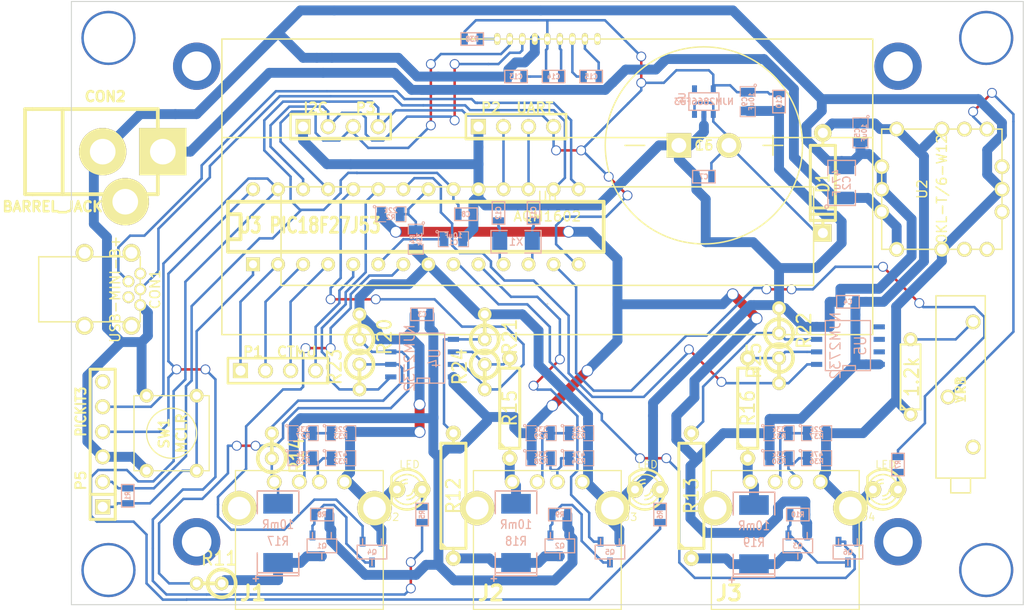
<source format=kicad_pcb>
(kicad_pcb (version 3) (host pcbnew "(2013-07-07 BZR 4022)-stable")
  (layers (15 F.Cu signal) (0 B.Cu signal) (18 B.Paste user) (19 F.Paste user) (20 B.SilkS user) (21 F.SilkS user) (22 B.Mask user) (23 F.Mask user) (28 Edge.Cuts user))
  (net 0 "")
  (net 1 /+5V)
  (net 2 /1fr)
  (net 3 /1ru)
  (net 4 /2fr)
  (net 5 /2ru)
  (net 6 /3fr)
  (net 7 /3ru)
  (net 8 /Vin)
  (net 9 GND)
  (net 10 N-000001)
  (net 11 N-0000010)
  (net 12 N-0000011)
  (net 13 N-0000012)
  (net 14 N-0000013)
  (net 15 N-0000014)
  (net 16 N-0000015)
  (net 17 N-0000016)
  (net 18 N-0000018)
  (net 19 N-0000019)
  (net 20 N-000002)
  (net 21 N-0000020)
  (net 22 N-0000021)
  (net 23 N-0000022)
  (net 24 N-0000023)
  (net 25 N-0000024)
  (net 26 N-0000025)
  (net 27 N-0000029)
  (net 28 N-0000030)
  (net 29 N-0000031)
  (net 30 N-0000037)
  (net 31 N-0000038)
  (net 32 N-0000039)
  (net 33 N-000004)
  (net 34 N-0000040)
  (net 35 N-0000041)
  (net 36 N-0000043)
  (net 37 N-0000046)
  (net 38 N-0000047)
  (net 39 N-0000048)
  (net 40 N-0000049)
  (net 41 N-000005)
  (net 42 N-0000050)
  (net 43 N-0000051)
  (net 44 N-0000052)
  (net 45 N-0000054)
  (net 46 N-0000055)
  (net 47 N-0000056)
  (net 48 N-0000057)
  (net 49 N-0000058)
  (net 50 N-0000059)
  (net 51 N-000006)
  (net 52 N-0000060)
  (net 53 N-0000061)
  (net 54 N-0000065)
  (net 55 N-0000067)
  (net 56 N-000007)
  (net 57 N-000008)
  (net 58 N-000009)
  (net 59 VCC)
  (module AQM1602 (layer F.Cu) (at 142.24 40.64)
    (fp_text reference U6 (at 0 16) (layer F.SilkS))
    (fp_text value AQM1602 (at 0 18) (layer F.SilkS))
    (pad 1 thru_hole oval (at -5.08 0) (size 0.6 1.2) (drill 0.5) (layers *.Cu *.Mask F.SilkS) (net 39 N-0000048))
    (pad 2 thru_hole oval (at -3.81 0) (size 0.6 1.2) (drill 0.5) (layers *.Cu *.Mask F.SilkS) (net 37 N-0000046))
    (pad 3 thru_hole oval (at -2.54 0) (size 0.6 1.2) (drill 0.5) (layers *.Cu *.Mask F.SilkS) (net 38 N-0000047))
    (pad 4 thru_hole oval (at -1.27 0) (size 0.6 1.2) (drill 0.5) (layers *.Cu *.Mask F.SilkS) (net 9 GND))
    (pad 5 thru_hole oval (at 0 0) (size 0.6 1.2) (drill 0.5) (layers *.Cu *.Mask F.SilkS) (net 59 VCC))
    (pad 6 thru_hole oval (at 1.27 0) (size 0.6 1.2) (drill 0.5) (layers *.Cu *.Mask F.SilkS) (net 40 N-0000049))
    (pad 7 thru_hole oval (at 2.54 0) (size 0.6 1.2) (drill 0.5) (layers *.Cu *.Mask F.SilkS) (net 36 N-0000043))
    (pad 8 thru_hole oval (at 3.81 0) (size 0.6 1.2) (drill 0.5) (layers *.Cu *.Mask F.SilkS) (net 42 N-0000050))
    (pad 9 thru_hole oval (at 5.08 0) (size 0.6 1.2) (drill 0.5) (layers *.Cu *.Mask F.SilkS))
  )
  (module PIN_ARRAY_4x1 (layer F.Cu) (at 139.065 49.53)
    (fp_text reference P2 (at -2.54 -1.905) (layer F.SilkS) (effects (font (size 1.016 1.016) (thickness 0.2032))))
    (fp_text value UART (at 1.905 -1.905) (layer F.SilkS) (effects (font (size 1.016 1.016) (thickness 0.2032))))
    (pad 1 thru_hole rect (at -3.81 0) (size 1.524 1.524) (drill 1.016) (layers *.Cu *.Mask F.SilkS) (net 9 GND))
    (pad 2 thru_hole circle (at -1.27 0) (size 1.524 1.524) (drill 1.016) (layers *.Cu *.Mask F.SilkS) (net 24 N-0000023))
    (pad 3 thru_hole circle (at 1.27 0) (size 1.524 1.524) (drill 1.016) (layers *.Cu *.Mask F.SilkS) (net 23 N-0000022))
    (pad 4 thru_hole circle (at 3.81 0) (size 1.524 1.524) (drill 1.016) (layers *.Cu *.Mask F.SilkS) (net 59 VCC))
  )
  (module PIN_ARRAY_4x1 (layer F.Cu) (at 121.285 49.53)
    (fp_text reference P3 (at 2.54 -1.905) (layer F.SilkS) (effects (font (size 1.016 1.016) (thickness 0.2032))))
    (fp_text value I2C (at -2.54 -1.905) (layer F.SilkS) (effects (font (size 1.016 1.016) (thickness 0.2032))))
    (pad 1 thru_hole rect (at -3.81 0) (size 1.524 1.524) (drill 1.016) (layers *.Cu *.Mask F.SilkS) (net 9 GND))
    (pad 2 thru_hole circle (at -1.27 0) (size 1.524 1.524) (drill 1.016) (layers *.Cu *.Mask F.SilkS) (net 38 N-0000047))
    (pad 3 thru_hole circle (at 1.27 0) (size 1.524 1.524) (drill 1.016) (layers *.Cu *.Mask F.SilkS) (net 37 N-0000046))
    (pad 4 thru_hole circle (at 3.81 0) (size 1.524 1.524) (drill 1.016) (layers *.Cu *.Mask F.SilkS) (net 59 VCC))
  )
  (module SM0603 (layer B.Cu) (at 158.115 54.61 180)
    (fp_text reference C7 (at 0 0 180) (layer B.SilkS) (effects (font (size 0.508 0.4572) (thickness 0.1143)) (justify mirror)))
    (fp_text value 0.1uF hide)
    (pad 1 smd rect (at -0.762 0 180) (size 0.635 1.143) (layers B.Cu B.Paste B.Mask) (net 54 N-0000065))
    (pad 2 smd rect (at 0.762 0 180) (size 0.635 1.143) (layers B.Cu B.Paste B.Mask) (net 9 GND))
  )
  (module SM0603 (layer B.Cu) (at 133.985 58.42)
    (fp_text reference C8 (at 0 0) (layer B.SilkS) (effects (font (size 0.508 0.4572) (thickness 0.1143)) (justify mirror)))
    (fp_text value 0.1uF hide)
    (pad 1 smd rect (at -0.762 0) (size 0.635 1.143) (layers B.Cu B.Paste B.Mask) (net 59 VCC))
    (pad 2 smd rect (at 0.762 0) (size 0.635 1.143) (layers B.Cu B.Paste B.Mask) (net 9 GND))
  )
  (module SM1210 (layer B.Cu) (at 172.085 55.245 90)
    (fp_text reference C2 (at 0 0.508 90) (layer B.SilkS) (effects (font (size 0.762 0.762) (thickness 0.127)) (justify mirror)))
    (fp_text value 47uF (at 0 -0.508 90) (layer B.SilkS) (effects (font (size 0.762 0.762) (thickness 0.127)) (justify mirror)))
    (pad 1 smd rect (at -1.524 0 90) (size 1.27 2.54) (layers B.Cu B.Paste B.Mask) (net 8 /Vin))
    (pad 2 smd rect (at 1.524 0 90) (size 1.27 2.54) (layers B.Cu B.Paste B.Mask) (net 9 GND))
  )
  (module SM0805 (layer B.Cu) (at 132.715 60.96)
    (fp_text reference C1 (at 0 0.3175) (layer B.SilkS) (effects (font (size 0.50038 0.50038) (thickness 0.10922)) (justify mirror)))
    (fp_text value 10uF (at 0 -0.381) (layer B.SilkS) (effects (font (size 0.50038 0.50038) (thickness 0.10922)) (justify mirror)))
    (pad 1 smd rect (at -0.9525 0) (size 0.889 1.397) (layers B.Cu B.Paste B.Mask) (net 32 N-0000039))
    (pad 2 smd rect (at 0.9525 0) (size 0.889 1.397) (layers B.Cu B.Paste B.Mask) (net 9 GND))
  )
  (module PIN_ARRAY-6X1 (layer F.Cu) (at 97.155 81.77 90)
    (fp_text reference P5 (at -3.675 -2.215 90) (layer F.SilkS) (effects (font (size 1.016 1.016) (thickness 0.2032))))
    (fp_text value PICKIT3 (at 3.31 -2.215 90) (layer F.SilkS) (effects (font (size 1.016 0.889) (thickness 0.2032))))
    (pad 1 thru_hole rect (at -6.35 0 90) (size 1.524 1.524) (drill 1.016) (layers *.Cu *.Mask F.SilkS) (net 30 N-0000037))
    (pad 2 thru_hole circle (at -3.81 0 90) (size 1.524 1.524) (drill 1.016) (layers *.Cu *.Mask F.SilkS) (net 59 VCC))
    (pad 3 thru_hole circle (at -1.27 0 90) (size 1.524 1.524) (drill 1.016) (layers *.Cu *.Mask F.SilkS) (net 9 GND))
    (pad 4 thru_hole circle (at 1.27 0 90) (size 1.524 1.524) (drill 1.016) (layers *.Cu *.Mask F.SilkS) (net 31 N-0000038))
    (pad 5 thru_hole circle (at 3.81 0 90) (size 1.524 1.524) (drill 1.016) (layers *.Cu *.Mask F.SilkS) (net 35 N-0000041))
    (pad 6 thru_hole circle (at 6.35 0 90) (size 1.524 1.524) (drill 1.016) (layers *.Cu *.Mask F.SilkS))
  )
  (module DIP-28__300 (layer F.Cu) (at 128.905 59.69)
    (fp_text reference U3 (at -16.82 -0.135) (layer F.SilkS) (effects (font (size 1.524 1.143) (thickness 0.3048))))
    (fp_text value PIC18F27J53 (at -9.2 -0.135) (layer F.SilkS) (effects (font (size 1.524 1.143) (thickness 0.3048))))
    (pad 2 thru_hole circle (at -13.97 3.81) (size 1.397 1.397) (drill 0.8128) (layers *.Cu *.Mask F.SilkS) (net 27 N-0000029))
    (pad 3 thru_hole circle (at -11.43 3.81) (size 1.397 1.397) (drill 0.8128) (layers *.Cu *.Mask F.SilkS) (net 28 N-0000030))
    (pad 4 thru_hole circle (at -8.89 3.81) (size 1.397 1.397) (drill 0.8128) (layers *.Cu *.Mask F.SilkS) (net 46 N-0000055))
    (pad 5 thru_hole circle (at -6.35 3.81) (size 1.397 1.397) (drill 0.8128) (layers *.Cu *.Mask F.SilkS) (net 29 N-0000031))
    (pad 6 thru_hole circle (at -3.81 3.81) (size 1.397 1.397) (drill 0.8128) (layers *.Cu *.Mask F.SilkS) (net 32 N-0000039))
    (pad 7 thru_hole circle (at -1.27 3.81) (size 1.397 1.397) (drill 0.8128) (layers *.Cu *.Mask F.SilkS) (net 26 N-0000025))
    (pad 8 thru_hole circle (at 1.27 3.81) (size 1.397 1.397) (drill 0.8128) (layers *.Cu *.Mask F.SilkS) (net 9 GND))
    (pad 9 thru_hole circle (at 3.81 3.81) (size 1.397 1.397) (drill 0.8128) (layers *.Cu *.Mask F.SilkS) (net 19 N-0000019))
    (pad 10 thru_hole circle (at 6.35 3.81) (size 1.397 1.397) (drill 0.8128) (layers *.Cu *.Mask F.SilkS) (net 25 N-0000024))
    (pad 11 thru_hole circle (at 8.89 3.81) (size 1.397 1.397) (drill 0.8128) (layers *.Cu *.Mask F.SilkS) (net 55 N-0000067))
    (pad 12 thru_hole circle (at 11.43 3.81) (size 1.397 1.397) (drill 0.8128) (layers *.Cu *.Mask F.SilkS) (net 34 N-0000040))
    (pad 13 thru_hole circle (at 13.97 3.81) (size 1.397 1.397) (drill 0.8128) (layers *.Cu *.Mask F.SilkS) (net 22 N-0000021))
    (pad 14 thru_hole circle (at 16.51 3.81) (size 1.397 1.397) (drill 0.8128) (layers *.Cu *.Mask F.SilkS) (net 59 VCC))
    (pad 1 thru_hole rect (at -16.51 3.81) (size 1.397 1.397) (drill 0.8128) (layers *.Cu *.Mask F.SilkS) (net 30 N-0000037))
    (pad 15 thru_hole circle (at 16.51 -3.81) (size 1.397 1.397) (drill 0.8128) (layers *.Cu *.Mask F.SilkS) (net 21 N-0000020))
    (pad 16 thru_hole circle (at 13.97 -3.81) (size 1.397 1.397) (drill 0.8128) (layers *.Cu *.Mask F.SilkS) (net 48 N-0000057))
    (pad 17 thru_hole circle (at 11.43 -3.81) (size 1.397 1.397) (drill 0.8128) (layers *.Cu *.Mask F.SilkS) (net 23 N-0000022))
    (pad 18 thru_hole circle (at 8.89 -3.81) (size 1.397 1.397) (drill 0.8128) (layers *.Cu *.Mask F.SilkS) (net 24 N-0000023))
    (pad 19 thru_hole circle (at 6.35 -3.81) (size 1.397 1.397) (drill 0.8128) (layers *.Cu *.Mask F.SilkS) (net 9 GND))
    (pad 20 thru_hole circle (at 3.81 -3.81) (size 1.397 1.397) (drill 0.8128) (layers *.Cu *.Mask F.SilkS) (net 59 VCC))
    (pad 21 thru_hole circle (at 1.27 -3.81) (size 1.397 1.397) (drill 0.8128) (layers *.Cu *.Mask F.SilkS) (net 15 N-0000014))
    (pad 22 thru_hole circle (at -1.27 -3.81) (size 1.397 1.397) (drill 0.8128) (layers *.Cu *.Mask F.SilkS) (net 58 N-000009))
    (pad 23 thru_hole circle (at -3.81 -3.81) (size 1.397 1.397) (drill 0.8128) (layers *.Cu *.Mask F.SilkS) (net 13 N-0000012))
    (pad 24 thru_hole circle (at -6.35 -3.81) (size 1.397 1.397) (drill 0.8128) (layers *.Cu *.Mask F.SilkS) (net 51 N-000006))
    (pad 25 thru_hole circle (at -8.89 -3.81) (size 1.397 1.397) (drill 0.8128) (layers *.Cu *.Mask F.SilkS) (net 37 N-0000046))
    (pad 26 thru_hole circle (at -11.43 -3.81) (size 1.397 1.397) (drill 0.8128) (layers *.Cu *.Mask F.SilkS) (net 38 N-0000047))
    (pad 27 thru_hole circle (at -13.97 -3.81) (size 1.397 1.397) (drill 0.8128) (layers *.Cu *.Mask F.SilkS) (net 35 N-0000041))
    (pad 28 thru_hole circle (at -16.51 -3.81) (size 1.397 1.397) (drill 0.8128) (layers *.Cu *.Mask F.SilkS) (net 31 N-0000038))
  )
  (module SM0603 (layer B.Cu) (at 172.72 67.31 180)
    (fp_text reference C4 (at 0 0 180) (layer B.SilkS) (effects (font (size 0.508 0.4572) (thickness 0.1143)) (justify mirror)))
    (fp_text value 0.1uF hide)
    (pad 1 smd rect (at -0.762 0 180) (size 0.635 1.143) (layers B.Cu B.Paste B.Mask) (net 1 /+5V))
    (pad 2 smd rect (at 0.762 0 180) (size 0.635 1.143) (layers B.Cu B.Paste B.Mask) (net 9 GND))
  )
  (module SOT23-5 (layer B.Cu) (at 158.115 46.99 180)
    (fp_text reference U1 (at 2.19964 0.29972 450) (layer B.SilkS) (effects (font (size 0.635 0.635) (thickness 0.127)) (justify mirror)))
    (fp_text value NJM2866F33 (at 0 0 180) (layer B.SilkS) (effects (font (size 0.635 0.635) (thickness 0.127)) (justify mirror)))
    (pad 1 smd rect (at -0.9525 -1.27 180) (size 0.508 0.762) (layers B.Cu B.Paste B.Mask) (net 54 N-0000065))
    (pad 3 smd rect (at 0.9525 -1.27 180) (size 0.508 0.762) (layers B.Cu B.Paste B.Mask) (net 54 N-0000065))
    (pad 5 smd rect (at -0.9525 1.27 180) (size 0.508 0.762) (layers B.Cu B.Paste B.Mask) (net 59 VCC))
    (pad 2 smd rect (at 0 -1.27 180) (size 0.508 0.762) (layers B.Cu B.Paste B.Mask) (net 9 GND))
    (pad 4 smd rect (at 0.9525 1.27 180) (size 0.508 0.762) (layers B.Cu B.Paste B.Mask))
  )
  (module SM0603 (layer B.Cu) (at 165.735 46.99 270)
    (fp_text reference C10 (at 0 0 270) (layer B.SilkS) (effects (font (size 0.508 0.4572) (thickness 0.1143)) (justify mirror)))
    (fp_text value 0.1uF hide)
    (pad 1 smd rect (at -0.762 0 270) (size 0.635 1.143) (layers B.Cu B.Paste B.Mask) (net 59 VCC))
    (pad 2 smd rect (at 0.762 0 270) (size 0.635 1.143) (layers B.Cu B.Paste B.Mask) (net 9 GND))
  )
  (module SM0603 (layer B.Cu) (at 140.843 58.293 90)
    (fp_text reference C11 (at 0 0 90) (layer B.SilkS) (effects (font (size 0.508 0.4572) (thickness 0.1143)) (justify mirror)))
    (fp_text value 12pF hide)
    (pad 1 smd rect (at -0.762 0 90) (size 0.635 1.143) (layers B.Cu B.Paste B.Mask) (net 34 N-0000040))
    (pad 2 smd rect (at 0.762 0 90) (size 0.635 1.143) (layers B.Cu B.Paste B.Mask) (net 9 GND))
  )
  (module SM0603 (layer B.Cu) (at 99.695 86.995 90)
    (fp_text reference R1 (at 0 0 90) (layer B.SilkS) (effects (font (size 0.508 0.4572) (thickness 0.1143)) (justify mirror)))
    (fp_text value 10k hide)
    (pad 1 smd rect (at -0.762 0 90) (size 0.635 1.143) (layers B.Cu B.Paste B.Mask) (net 30 N-0000037))
    (pad 2 smd rect (at 0.762 0 90) (size 0.635 1.143) (layers B.Cu B.Paste B.Mask) (net 59 VCC))
  )
  (module SM0603 (layer B.Cu) (at 177.8 83.82 270)
    (fp_text reference R7 (at 0 0 270) (layer B.SilkS) (effects (font (size 0.508 0.4572) (thickness 0.1143)) (justify mirror)))
    (fp_text value 10k hide)
    (pad 1 smd rect (at -0.762 0 270) (size 0.635 1.143) (layers B.Cu B.Paste B.Mask) (net 22 N-0000021))
    (pad 2 smd rect (at 0.762 0 270) (size 0.635 1.143) (layers B.Cu B.Paste B.Mask) (net 52 N-0000060))
  )
  (module SM0603 (layer B.Cu) (at 119.38 88.9)
    (fp_text reference R8 (at 0 0) (layer B.SilkS) (effects (font (size 0.508 0.4572) (thickness 0.1143)) (justify mirror)))
    (fp_text value 10k hide)
    (pad 1 smd rect (at -0.762 0) (size 0.635 1.143) (layers B.Cu B.Paste B.Mask) (net 12 N-0000011))
    (pad 2 smd rect (at 0.762 0) (size 0.635 1.143) (layers B.Cu B.Paste B.Mask) (net 1 /+5V))
  )
  (module SM0603 (layer B.Cu) (at 143.51 88.9)
    (fp_text reference R9 (at 0 0) (layer B.SilkS) (effects (font (size 0.508 0.4572) (thickness 0.1143)) (justify mirror)))
    (fp_text value 10k hide)
    (pad 1 smd rect (at -0.762 0) (size 0.635 1.143) (layers B.Cu B.Paste B.Mask) (net 41 N-000005))
    (pad 2 smd rect (at 0.762 0) (size 0.635 1.143) (layers B.Cu B.Paste B.Mask) (net 1 /+5V))
  )
  (module SM0603 (layer B.Cu) (at 167.64 88.9)
    (fp_text reference R10 (at 0 0) (layer B.SilkS) (effects (font (size 0.508 0.4572) (thickness 0.1143)) (justify mirror)))
    (fp_text value 10k hide)
    (pad 1 smd rect (at -0.762 0) (size 0.635 1.143) (layers B.Cu B.Paste B.Mask) (net 57 N-000008))
    (pad 2 smd rect (at 0.762 0) (size 0.635 1.143) (layers B.Cu B.Paste B.Mask) (net 1 /+5V))
  )
  (module SM2512 (layer B.Cu) (at 163.195 90.932 90)
    (fp_text reference R19 (at -0.8001 0 360) (layer B.SilkS) (effects (font (size 0.889 0.762) (thickness 0.127)) (justify mirror)))
    (fp_text value 10mR (at 0.89916 0 360) (layer B.SilkS) (effects (font (size 0.889 0.762) (thickness 0.127)) (justify mirror)))
    (fp_text user + (at -4.59994 -2.30124 90) (layer B.SilkS) (effects (font (size 0.7 0.7)) (justify mirror)))
    (pad 1 smd rect (at -2.99974 0 90) (size 1.99898 2.99974) (layers B.Cu B.Paste B.Mask) (net 6 /3fr))
    (pad 2 smd rect (at 2.99974 0 90) (size 1.99898 2.99974) (layers B.Cu B.Paste B.Mask) (net 7 /3ru))
  )
  (module sot23-P (layer B.Cu) (at 119.38 92.075)
    (fp_text reference Q1 (at 0 0) (layer B.SilkS) (effects (font (size 0.50038 0.50038) (thickness 0.09906)) (justify mirror)))
    (fp_text value DMU3415U hide)
    (pad 1 smd rect (at -0.9525 -1.05664) (size 0.59944 1.00076) (layers B.Cu B.Paste B.Mask) (net 12 N-0000011))
    (pad 2 smd rect (at 0 1.05664) (size 0.59944 1.00076) (layers B.Cu B.Paste B.Mask) (net 2 /1fr))
    (pad 3 smd rect (at 0.9525 -1.05664) (size 0.59944 1.00076) (layers B.Cu B.Paste B.Mask) (net 1 /+5V))
  )
  (module sot23-P (layer B.Cu) (at 143.51 92.075)
    (fp_text reference Q2 (at 0 0) (layer B.SilkS) (effects (font (size 0.50038 0.50038) (thickness 0.09906)) (justify mirror)))
    (fp_text value DMU3415U hide)
    (pad 1 smd rect (at -0.9525 -1.05664) (size 0.59944 1.00076) (layers B.Cu B.Paste B.Mask) (net 41 N-000005))
    (pad 2 smd rect (at 0 1.05664) (size 0.59944 1.00076) (layers B.Cu B.Paste B.Mask) (net 4 /2fr))
    (pad 3 smd rect (at 0.9525 -1.05664) (size 0.59944 1.00076) (layers B.Cu B.Paste B.Mask) (net 1 /+5V))
  )
  (module sot23-P (layer B.Cu) (at 167.64 92.075)
    (fp_text reference Q3 (at 0 0) (layer B.SilkS) (effects (font (size 0.50038 0.50038) (thickness 0.09906)) (justify mirror)))
    (fp_text value DMU3415U hide)
    (pad 1 smd rect (at -0.9525 -1.05664) (size 0.59944 1.00076) (layers B.Cu B.Paste B.Mask) (net 57 N-000008))
    (pad 2 smd rect (at 0 1.05664) (size 0.59944 1.00076) (layers B.Cu B.Paste B.Mask) (net 6 /3fr))
    (pad 3 smd rect (at 0.9525 -1.05664) (size 0.59944 1.00076) (layers B.Cu B.Paste B.Mask) (net 1 /+5V))
  )
  (module sot23-N (layer B.Cu) (at 148.59 92.71)
    (fp_text reference Q5 (at 0 0) (layer B.SilkS) (effects (font (size 0.50038 0.50038) (thickness 0.09906)) (justify mirror)))
    (fp_text value 2N7002K hide)
    (pad 1 smd rect (at -0.9525 -1.05664) (size 0.59944 1.00076) (layers B.Cu B.Paste B.Mask) (net 25 N-0000024))
    (pad 3 smd rect (at 0 1.05664) (size 0.59944 1.00076) (layers B.Cu B.Paste B.Mask) (net 41 N-000005))
    (pad 2 smd rect (at 0.9525 -1.05664) (size 0.59944 1.00076) (layers B.Cu B.Paste B.Mask) (net 9 GND))
  )
  (module sot23-N (layer B.Cu) (at 172.72 92.71)
    (fp_text reference Q6 (at 0 0) (layer B.SilkS) (effects (font (size 0.50038 0.50038) (thickness 0.09906)) (justify mirror)))
    (fp_text value 2N7002K hide)
    (pad 1 smd rect (at -0.9525 -1.05664) (size 0.59944 1.00076) (layers B.Cu B.Paste B.Mask) (net 19 N-0000019))
    (pad 3 smd rect (at 0 1.05664) (size 0.59944 1.00076) (layers B.Cu B.Paste B.Mask) (net 57 N-000008))
    (pad 2 smd rect (at 0.9525 -1.05664) (size 0.59944 1.00076) (layers B.Cu B.Paste B.Mask) (net 9 GND))
  )
  (module sot23-N (layer B.Cu) (at 124.46 92.71)
    (fp_text reference Q4 (at 0 0) (layer B.SilkS) (effects (font (size 0.50038 0.50038) (thickness 0.09906)) (justify mirror)))
    (fp_text value 2N7002K hide)
    (pad 1 smd rect (at -0.9525 -1.05664) (size 0.59944 1.00076) (layers B.Cu B.Paste B.Mask) (net 26 N-0000025))
    (pad 3 smd rect (at 0 1.05664) (size 0.59944 1.00076) (layers B.Cu B.Paste B.Mask) (net 12 N-0000011))
    (pad 2 smd rect (at 0.9525 -1.05664) (size 0.59944 1.00076) (layers B.Cu B.Paste B.Mask) (net 9 GND))
  )
  (module C2_super_cap (layer F.Cu) (at 158.115 51.435 180)
    (fp_text reference C6 (at 0 0 180) (layer F.SilkS))
    (fp_text value 1F (at 0 0 180) (layer F.SilkS))
    (pad 1 thru_hole circle (at -2.54 0 180) (size 2.5 2.5) (drill 1.5) (layers *.Cu *.Mask F.SilkS) (net 54 N-0000065))
    (pad 2 thru_hole rect (at 2.54 0 180) (size 2.5 2.5) (drill 1.5) (layers *.Cu *.Mask F.SilkS) (net 9 GND))
  )
  (module USB_A+ (layer F.Cu) (at 118.11 85.58 270)
    (fp_text reference J1 (at 11.295 5.715 360) (layer F.SilkS) (effects (font (size 1.524 1.524) (thickness 0.3048))))
    (fp_text value USB-A-J hide)
    (pad 4 thru_hole circle (at 0 -3.556 270) (size 1.50114 1.50114) (drill 1.00076) (layers *.Cu *.Mask F.SilkS) (net 9 GND))
    (pad 3 thru_hole circle (at 0 -1.016 270) (size 1.50114 1.50114) (drill 1.00076) (layers *.Cu *.Mask F.SilkS) (net 44 N-0000052))
    (pad 2 thru_hole circle (at 0 1.016 270) (size 1.50114 1.50114) (drill 1.00076) (layers *.Cu *.Mask F.SilkS) (net 43 N-0000051))
    (pad 1 thru_hole circle (at 0 3.556 270) (size 1.50114 1.50114) (drill 1.00076) (layers *.Cu *.Mask F.SilkS) (net 3 /1ru))
    (pad 5 thru_hole circle (at 2.667 -6.604 270) (size 3.5 3.5) (drill 2.3) (layers *.Cu *.Mask F.SilkS) (net 9 GND))
    (pad 6 thru_hole circle (at 2.667 7.112 270) (size 3.5 3.5) (drill 2.3) (layers *.Cu *.Mask F.SilkS))
  )
  (module USB_A+ (layer F.Cu) (at 142.24 85.58 270)
    (fp_text reference J2 (at 11.295 5.715 360) (layer F.SilkS) (effects (font (size 1.524 1.524) (thickness 0.3048))))
    (fp_text value USB-A-J hide)
    (pad 4 thru_hole circle (at 0 -3.556 270) (size 1.50114 1.50114) (drill 1.00076) (layers *.Cu *.Mask F.SilkS) (net 9 GND))
    (pad 3 thru_hole circle (at 0 -1.016 270) (size 1.50114 1.50114) (drill 1.00076) (layers *.Cu *.Mask F.SilkS) (net 16 N-0000015))
    (pad 2 thru_hole circle (at 0 1.016 270) (size 1.50114 1.50114) (drill 1.00076) (layers *.Cu *.Mask F.SilkS) (net 17 N-0000016))
    (pad 1 thru_hole circle (at 0 3.556 270) (size 1.50114 1.50114) (drill 1.00076) (layers *.Cu *.Mask F.SilkS) (net 5 /2ru))
    (pad 5 thru_hole circle (at 2.667 -6.604 270) (size 3.5 3.5) (drill 2.3) (layers *.Cu *.Mask F.SilkS) (net 9 GND))
    (pad 6 thru_hole circle (at 2.667 7.112 270) (size 3.5 3.5) (drill 2.3) (layers *.Cu *.Mask F.SilkS))
  )
  (module USB_A+ (layer F.Cu) (at 166.37 85.58 270)
    (fp_text reference J3 (at 11.295 5.715 360) (layer F.SilkS) (effects (font (size 1.524 1.524) (thickness 0.3048))))
    (fp_text value USB-A-J hide)
    (pad 4 thru_hole circle (at 0 -3.556 270) (size 1.50114 1.50114) (drill 1.00076) (layers *.Cu *.Mask F.SilkS) (net 9 GND))
    (pad 3 thru_hole circle (at 0 -1.016 270) (size 1.50114 1.50114) (drill 1.00076) (layers *.Cu *.Mask F.SilkS) (net 10 N-000001))
    (pad 2 thru_hole circle (at 0 1.016 270) (size 1.50114 1.50114) (drill 1.00076) (layers *.Cu *.Mask F.SilkS) (net 20 N-000002))
    (pad 1 thru_hole circle (at 0 3.556 270) (size 1.50114 1.50114) (drill 1.00076) (layers *.Cu *.Mask F.SilkS) (net 7 /3ru))
    (pad 5 thru_hole circle (at 2.667 -6.604 270) (size 3.5 3.5) (drill 2.3) (layers *.Cu *.Mask F.SilkS) (net 9 GND))
    (pad 6 thru_hole circle (at 2.667 7.112 270) (size 3.5 3.5) (drill 2.3) (layers *.Cu *.Mask F.SilkS))
  )
  (module PIN_ARRAY_4x1 (layer F.Cu) (at 114.935 74.295)
    (fp_text reference P1 (at -2.54 -1.905) (layer F.SilkS) (effects (font (size 1.016 1.016) (thickness 0.2032))))
    (fp_text value CTMU (at 1.905 -1.905) (layer F.SilkS) (effects (font (size 1.016 1.016) (thickness 0.2032))))
    (pad 1 thru_hole rect (at -3.81 0) (size 1.524 1.524) (drill 1.016) (layers *.Cu *.Mask F.SilkS) (net 27 N-0000029))
    (pad 2 thru_hole circle (at -1.27 0) (size 1.524 1.524) (drill 1.016) (layers *.Cu *.Mask F.SilkS) (net 28 N-0000030))
    (pad 3 thru_hole circle (at 1.27 0) (size 1.524 1.524) (drill 1.016) (layers *.Cu *.Mask F.SilkS) (net 46 N-0000055))
    (pad 4 thru_hole circle (at 3.81 0) (size 1.524 1.524) (drill 1.016) (layers *.Cu *.Mask F.SilkS) (net 29 N-0000031))
  )
  (module SM0603 (layer B.Cu) (at 129.54 88.9 90)
    (fp_text reference R5 (at 0 0 90) (layer B.SilkS) (effects (font (size 0.508 0.4572) (thickness 0.1143)) (justify mirror)))
    (fp_text value 10k hide)
    (pad 1 smd rect (at -0.762 0 90) (size 0.635 1.143) (layers B.Cu B.Paste B.Mask) (net 31 N-0000038))
    (pad 2 smd rect (at 0.762 0 90) (size 0.635 1.143) (layers B.Cu B.Paste B.Mask) (net 50 N-0000059))
  )
  (module SM0603 (layer B.Cu) (at 153.67 88.9 90)
    (fp_text reference R6 (at 0 0 90) (layer B.SilkS) (effects (font (size 0.508 0.4572) (thickness 0.1143)) (justify mirror)))
    (fp_text value 10k hide)
    (pad 1 smd rect (at -0.762 0 90) (size 0.635 1.143) (layers B.Cu B.Paste B.Mask) (net 35 N-0000041))
    (pad 2 smd rect (at 0.762 0 90) (size 0.635 1.143) (layers B.Cu B.Paste B.Mask) (net 47 N-0000056))
  )
  (module SO8N (layer B.Cu) (at 172.72 71.755 90)
    (fp_text reference U5 (at 0 1.27 90) (layer B.SilkS) (effects (font (size 1.143 1.016) (thickness 0.127)) (justify mirror)))
    (fp_text value NJM2732 (at 0 -1.27 90) (layer B.SilkS) (effects (font (size 1.016 1.016) (thickness 0.127)) (justify mirror)))
    (pad 8 smd rect (at -1.905 3.175 90) (size 0.508 1.143) (layers B.Cu B.Paste B.Mask) (net 1 /+5V))
    (pad 7 smd rect (at -0.635 3.175 90) (size 0.508 1.143) (layers B.Cu B.Paste B.Mask))
    (pad 6 smd rect (at 0.635 3.175 90) (size 0.508 1.143) (layers B.Cu B.Paste B.Mask))
    (pad 5 smd rect (at 1.905 3.175 90) (size 0.508 1.143) (layers B.Cu B.Paste B.Mask))
    (pad 4 smd rect (at 1.905 -3.175 90) (size 0.508 1.143) (layers B.Cu B.Paste B.Mask) (net 9 GND))
    (pad 3 smd rect (at 0.635 -3.175 90) (size 0.508 1.143) (layers B.Cu B.Paste B.Mask) (net 33 N-000004))
    (pad 2 smd rect (at -0.635 -3.175 90) (size 0.508 1.143) (layers B.Cu B.Paste B.Mask) (net 11 N-0000010))
    (pad 1 smd rect (at -1.905 -3.175 90) (size 0.508 1.143) (layers B.Cu B.Paste B.Mask) (net 58 N-000009))
  )
  (module SM0603 (layer B.Cu) (at 129.54 68.58 180)
    (fp_text reference C3 (at 0 0 180) (layer B.SilkS) (effects (font (size 0.508 0.4572) (thickness 0.1143)) (justify mirror)))
    (fp_text value 0.1uF hide)
    (pad 1 smd rect (at -0.762 0 180) (size 0.635 1.143) (layers B.Cu B.Paste B.Mask) (net 1 /+5V))
    (pad 2 smd rect (at 0.762 0 180) (size 0.635 1.143) (layers B.Cu B.Paste B.Mask) (net 9 GND))
  )
  (module SO8N (layer B.Cu) (at 129.54 73.025 90)
    (fp_text reference U4 (at 0 1.27 90) (layer B.SilkS) (effects (font (size 1.143 1.016) (thickness 0.127)) (justify mirror)))
    (fp_text value NJM2732 (at 0 -1.27 90) (layer B.SilkS) (effects (font (size 1.016 1.016) (thickness 0.127)) (justify mirror)))
    (pad 8 smd rect (at -1.905 3.175 90) (size 0.508 1.143) (layers B.Cu B.Paste B.Mask) (net 1 /+5V))
    (pad 7 smd rect (at -0.635 3.175 90) (size 0.508 1.143) (layers B.Cu B.Paste B.Mask) (net 51 N-000006))
    (pad 6 smd rect (at 0.635 3.175 90) (size 0.508 1.143) (layers B.Cu B.Paste B.Mask) (net 56 N-000007))
    (pad 5 smd rect (at 1.905 3.175 90) (size 0.508 1.143) (layers B.Cu B.Paste B.Mask) (net 18 N-0000018))
    (pad 4 smd rect (at 1.905 -3.175 90) (size 0.508 1.143) (layers B.Cu B.Paste B.Mask) (net 9 GND))
    (pad 3 smd rect (at 0.635 -3.175 90) (size 0.508 1.143) (layers B.Cu B.Paste B.Mask) (net 45 N-0000054))
    (pad 2 smd rect (at -0.635 -3.175 90) (size 0.508 1.143) (layers B.Cu B.Paste B.Mask) (net 14 N-0000013))
    (pad 1 smd rect (at -1.905 -3.175 90) (size 0.508 1.143) (layers B.Cu B.Paste B.Mask) (net 13 N-0000012))
  )
  (module SM0805 (layer B.Cu) (at 173.99 50.165 270)
    (fp_text reference C5 (at 0 0.3175 270) (layer B.SilkS) (effects (font (size 0.50038 0.50038) (thickness 0.10922)) (justify mirror)))
    (fp_text value 10uF (at 0 -0.381 270) (layer B.SilkS) (effects (font (size 0.50038 0.50038) (thickness 0.10922)) (justify mirror)))
    (pad 1 smd rect (at -0.9525 0 270) (size 0.889 1.397) (layers B.Cu B.Paste B.Mask) (net 1 /+5V))
    (pad 2 smd rect (at 0.9525 0 270) (size 0.889 1.397) (layers B.Cu B.Paste B.Mask) (net 9 GND))
  )
  (module SM0805 (layer B.Cu) (at 162.56 46.99 270)
    (fp_text reference C9 (at 0 0.3175 270) (layer B.SilkS) (effects (font (size 0.50038 0.50038) (thickness 0.10922)) (justify mirror)))
    (fp_text value 10uF (at 0 -0.381 270) (layer B.SilkS) (effects (font (size 0.50038 0.50038) (thickness 0.10922)) (justify mirror)))
    (pad 1 smd rect (at -0.9525 0 270) (size 0.889 1.397) (layers B.Cu B.Paste B.Mask) (net 59 VCC))
    (pad 2 smd rect (at 0.9525 0 270) (size 0.889 1.397) (layers B.Cu B.Paste B.Mask) (net 9 GND))
  )
  (module SM0603 (layer B.Cu) (at 137.287 58.293 90)
    (fp_text reference C12 (at 0 0 90) (layer B.SilkS) (effects (font (size 0.508 0.4572) (thickness 0.1143)) (justify mirror)))
    (fp_text value 12pF hide)
    (pad 1 smd rect (at -0.762 0 90) (size 0.635 1.143) (layers B.Cu B.Paste B.Mask) (net 55 N-0000067))
    (pad 2 smd rect (at 0.762 0 90) (size 0.635 1.143) (layers B.Cu B.Paste B.Mask) (net 9 GND))
  )
  (module SM2512 (layer B.Cu) (at 114.935 90.805 90)
    (fp_text reference R17 (at -0.8001 0 360) (layer B.SilkS) (effects (font (size 0.889 0.762) (thickness 0.127)) (justify mirror)))
    (fp_text value 10mR (at 0.89916 0 360) (layer B.SilkS) (effects (font (size 0.889 0.762) (thickness 0.127)) (justify mirror)))
    (fp_text user + (at -4.59994 -2.30124 90) (layer B.SilkS) (effects (font (size 0.7 0.7)) (justify mirror)))
    (pad 1 smd rect (at -2.99974 0 90) (size 1.99898 2.99974) (layers B.Cu B.Paste B.Mask) (net 2 /1fr))
    (pad 2 smd rect (at 2.99974 0 90) (size 1.99898 2.99974) (layers B.Cu B.Paste B.Mask) (net 3 /1ru))
  )
  (module SM2512 (layer B.Cu) (at 139.065 90.805 90)
    (fp_text reference R18 (at -0.8001 0 360) (layer B.SilkS) (effects (font (size 0.889 0.762) (thickness 0.127)) (justify mirror)))
    (fp_text value 10mR (at 0.89916 0 360) (layer B.SilkS) (effects (font (size 0.889 0.762) (thickness 0.127)) (justify mirror)))
    (fp_text user + (at -4.59994 -2.30124 90) (layer B.SilkS) (effects (font (size 0.7 0.7)) (justify mirror)))
    (pad 1 smd rect (at -2.99974 0 90) (size 1.99898 2.99974) (layers B.Cu B.Paste B.Mask) (net 4 /2fr))
    (pad 2 smd rect (at 2.99974 0 90) (size 1.99898 2.99974) (layers B.Cu B.Paste B.Mask) (net 5 /2ru))
  )
  (module SM1206 (layer B.Cu) (at 139.065 61.214)
    (fp_text reference X1 (at 0 0) (layer B.SilkS) (effects (font (size 0.762 0.762) (thickness 0.127)) (justify mirror)))
    (fp_text value 32.768kHz hide)
    (pad 1 smd rect (at -1.651 0) (size 1.524 2.032) (layers B.Cu B.Paste B.Mask) (net 55 N-0000067))
    (pad 2 smd rect (at 1.651 0) (size 1.524 2.032) (layers B.Cu B.Paste B.Mask) (net 34 N-0000040))
  )
  (module VR_3006P (layer F.Cu) (at 184.15 76.2 90)
    (fp_text reference VR1 (at 0 0 90) (layer F.SilkS))
    (fp_text value 1kB (at 0 0 90) (layer F.SilkS))
    (pad 2 thru_hole circle (at -0.77 -1.27 270) (size 1.5 1.5) (drill 1) (layers *.Cu *.Mask F.SilkS) (net 49 N-0000058))
    (pad 3 thru_hole circle (at -5.85 1.27 270) (size 1.5 1.5) (drill 1) (layers *.Cu *.Mask F.SilkS))
    (pad 1 thru_hole circle (at 6.85 1.27 270) (size 1.5 1.5) (drill 1) (layers *.Cu *.Mask F.SilkS) (net 53 N-0000061))
  )
  (module SM0603 (layer B.Cu) (at 134.62 40.64)
    (fp_text reference R38 (at 0 0) (layer B.SilkS) (effects (font (size 0.508 0.4572) (thickness 0.1143)) (justify mirror)))
    (fp_text value 10k hide)
    (pad 1 smd rect (at -0.762 0) (size 0.635 1.143) (layers B.Cu B.Paste B.Mask) (net 59 VCC))
    (pad 2 smd rect (at 0.762 0) (size 0.635 1.143) (layers B.Cu B.Paste B.Mask) (net 39 N-0000048))
  )
  (module SM0603 (layer B.Cu) (at 142.875 44.45)
    (fp_text reference C14 (at 0 0) (layer B.SilkS) (effects (font (size 0.508 0.4572) (thickness 0.1143)) (justify mirror)))
    (fp_text value 0.1uF hide)
    (pad 1 smd rect (at -0.762 0) (size 0.635 1.143) (layers B.Cu B.Paste B.Mask) (net 59 VCC))
    (pad 2 smd rect (at 0.762 0) (size 0.635 1.143) (layers B.Cu B.Paste B.Mask) (net 40 N-0000049))
  )
  (module SM0603 (layer B.Cu) (at 146.685 44.45)
    (fp_text reference C15 (at 0 0) (layer B.SilkS) (effects (font (size 0.508 0.4572) (thickness 0.1143)) (justify mirror)))
    (fp_text value 0.1uF hide)
    (pad 1 smd rect (at -0.762 0) (size 0.635 1.143) (layers B.Cu B.Paste B.Mask) (net 36 N-0000043))
    (pad 2 smd rect (at 0.762 0) (size 0.635 1.143) (layers B.Cu B.Paste B.Mask) (net 42 N-0000050))
  )
  (module SM0603 (layer B.Cu) (at 139.065 44.45)
    (fp_text reference C13 (at 0 0) (layer B.SilkS) (effects (font (size 0.508 0.4572) (thickness 0.1143)) (justify mirror)))
    (fp_text value 0.1uF hide)
    (pad 1 smd rect (at -0.762 0) (size 0.635 1.143) (layers B.Cu B.Paste B.Mask) (net 9 GND))
    (pad 2 smd rect (at 0.762 0) (size 0.635 1.143) (layers B.Cu B.Paste B.Mask) (net 59 VCC))
  )
  (module JACK_ALIM (layer F.Cu) (at 97.155 52.07)
    (fp_text reference CON2 (at 0.254 -5.588) (layer F.SilkS) (effects (font (size 1.016 1.016) (thickness 0.254))))
    (fp_text value BARREL_JACK (at -5.08 5.588) (layer F.SilkS) (effects (font (size 1.016 1.016) (thickness 0.254))))
    (pad 2 thru_hole circle (at 0 0) (size 4.8006 4.8006) (drill 2.6) (layers *.Cu *.Mask F.SilkS) (net 9 GND))
    (pad 1 thru_hole rect (at 6.096 0) (size 4.8006 4.8006) (drill 2.6) (layers *.Cu *.Mask F.SilkS) (net 8 /Vin))
    (pad 3 thru_hole circle (at 2.286 5.08) (size 4.8006 4.8006) (drill 2.6) (layers *.Cu *.Mask F.SilkS))
  )
  (module LED-3MM+ (layer F.Cu) (at 152.4 86.36 180)
    (fp_text reference D3 (at 1.778 -2.794 180) (layer F.SilkS) (effects (font (size 0.762 0.762) (thickness 0.0889))))
    (fp_text value LED (at 0 2.54 180) (layer F.SilkS) (effects (font (size 0.762 0.762) (thickness 0.0889))))
    (pad 1 thru_hole circle (at -1.27 0 180) (size 1.6764 1.6764) (drill 0.8) (layers *.Cu *.Mask F.SilkS) (net 47 N-0000056))
    (pad 2 thru_hole circle (at 1.27 0 180) (size 1.6764 1.6764) (drill 0.8) (layers *.Cu *.Mask F.SilkS) (net 9 GND))
  )
  (module LED-3MM+ (layer F.Cu) (at 128.27 86.36 180)
    (fp_text reference D2 (at 1.778 -2.794 180) (layer F.SilkS) (effects (font (size 0.762 0.762) (thickness 0.0889))))
    (fp_text value LED (at 0 2.54 180) (layer F.SilkS) (effects (font (size 0.762 0.762) (thickness 0.0889))))
    (pad 1 thru_hole circle (at -1.27 0 180) (size 1.6764 1.6764) (drill 0.8) (layers *.Cu *.Mask F.SilkS) (net 50 N-0000059))
    (pad 2 thru_hole circle (at 1.27 0 180) (size 1.6764 1.6764) (drill 0.8) (layers *.Cu *.Mask F.SilkS) (net 9 GND))
  )
  (module LED-3MM+ (layer F.Cu) (at 176.53 86.36 180)
    (fp_text reference D4 (at 1.778 -2.794 180) (layer F.SilkS) (effects (font (size 0.762 0.762) (thickness 0.0889))))
    (fp_text value LED (at 0 2.54 180) (layer F.SilkS) (effects (font (size 0.762 0.762) (thickness 0.0889))))
    (pad 1 thru_hole circle (at -1.27 0 180) (size 1.6764 1.6764) (drill 0.8) (layers *.Cu *.Mask F.SilkS) (net 52 N-0000060))
    (pad 2 thru_hole circle (at 1.27 0 180) (size 1.6764 1.6764) (drill 0.8) (layers *.Cu *.Mask F.SilkS) (net 9 GND))
  )
  (module R3 (layer F.Cu) (at 179.07 74.93 90)
    (fp_text reference R3 hide)
    (fp_text value 1.2k (at 0 0.127 90) (layer F.SilkS) (effects (font (size 1.397 1.27) (thickness 0.2032))))
    (pad 1 thru_hole circle (at -3.81 0 90) (size 1.397 1.397) (drill 0.8128) (layers *.Cu *.Mask F.SilkS) (net 9 GND))
    (pad 2 thru_hole circle (at 3.81 0 90) (size 1.397 1.397) (drill 0.8128) (layers *.Cu *.Mask F.SilkS) (net 53 N-0000061))
  )
  (module My_USB_MINI_B (layer F.Cu) (at 100.965 66.04 270)
    (fp_text reference CON1 (at 0 -1.5 270) (layer F.SilkS))
    (fp_text value USB-MINI-B+ (at 0 2.54 270) (layer F.SilkS))
    (pad 3 thru_hole circle (at 0 0 270) (size 1.2 1.2) (drill 0.8) (layers *.Cu *.Mask F.SilkS) (net 48 N-0000057))
    (pad 6 thru_hole circle (at 3.7 0.9 270) (size 1.8 1.8) (drill 1.2) (layers *.Cu *.Mask F.SilkS))
    (pad 7 thru_hole circle (at -3.7 0.9 270) (size 1.8 1.8) (drill 1.2) (layers *.Cu *.Mask F.SilkS))
    (pad 1 thru_hole circle (at -1.6 0 270) (size 1.2 1.2) (drill 0.8) (layers *.Cu *.Mask F.SilkS))
    (pad 2 thru_hole circle (at -0.8 1.2 270) (size 1.2 1.2) (drill 0.8) (layers *.Cu *.Mask F.SilkS) (net 21 N-0000020))
    (pad 4 thru_hole circle (at 0.8 1.2 270) (size 1.2 1.2) (drill 0.8) (layers *.Cu *.Mask F.SilkS))
    (pad 5 thru_hole circle (at 1.6 0 270) (size 1.2 1.2) (drill 0.8) (layers *.Cu *.Mask F.SilkS) (net 9 GND))
    (pad 15 thru_hole circle (at -3.7 5.65 270) (size 1.8 1.8) (drill 1.2) (layers *.Cu *.Mask F.SilkS))
    (pad 16 thru_hole circle (at 3.7 5.65 270) (size 1.8 1.8) (drill 1.2) (layers *.Cu *.Mask F.SilkS))
  )
  (module OKL-T6-W12_DIP (layer F.Cu) (at 182.245 55.88 90)
    (fp_text reference U2 (at 0 -2 90) (layer F.SilkS))
    (fp_text value OKL-T/6-W12 (at 0 0 90) (layer F.SilkS))
    (pad 2 thru_hole circle (at -2.29 -6.1 90) (size 1.5 1.5) (drill 1) (layers *.Cu *.Mask F.SilkS) (net 8 /Vin))
    (pad 1 thru_hole circle (at -6.1 0 90) (size 1.5 1.5) (drill 1) (layers *.Cu *.Mask F.SilkS) (net 9 GND))
    (pad 10 thru_hole circle (at -6.1 2.29 90) (size 1.5 1.5) (drill 1) (layers *.Cu *.Mask F.SilkS))
    (pad 9 thru_hole circle (at -6.1 4.58 90) (size 1.5 1.5) (drill 1) (layers *.Cu *.Mask F.SilkS))
    (pad 3 thru_hole circle (at 0 -6.1 90) (size 1.5 1.5) (drill 1) (layers *.Cu *.Mask F.SilkS) (net 9 GND))
    (pad 4 thru_hole circle (at 6.1 -4.58 90) (size 1.5 1.5) (drill 1) (layers *.Cu *.Mask F.SilkS) (net 1 /+5V))
    (pad 5 thru_hole circle (at 6.1 0 90) (size 1.5 1.5) (drill 1) (layers *.Cu *.Mask F.SilkS) (net 1 /+5V))
    (pad 11 thru_hole circle (at 6.1 2.29 90) (size 1.5 1.5) (drill 1) (layers *.Cu *.Mask F.SilkS))
    (pad 6 thru_hole circle (at 6.1 4.58 90) (size 1.5 1.5) (drill 1) (layers *.Cu *.Mask F.SilkS) (net 49 N-0000058))
    (pad 8 thru_hole circle (at -2.29 6.1 90) (size 1.5 1.5) (drill 1) (layers *.Cu *.Mask F.SilkS))
    (pad 7 thru_hole circle (at 0 6.1 90) (size 1.5 1.5) (drill 1) (layers *.Cu *.Mask F.SilkS) (net 9 GND))
    (pad 12 thru_hole circle (at 2.29 6.1 90) (size 1.5 1.5) (drill 1) (layers *.Cu *.Mask F.SilkS))
    (pad 3 thru_hole circle (at 2.29 -6.1 90) (size 1.5 1.5) (drill 1) (layers *.Cu *.Mask F.SilkS) (net 9 GND))
    (pad 2 thru_hole circle (at -6.1 -4.58 90) (size 1.5 1.5) (drill 1) (layers *.Cu *.Mask F.SilkS) (net 8 /Vin))
  )
  (module D4 (layer F.Cu) (at 170.18 55.245 270)
    (fp_text reference D1 (at 0 0 270) (layer F.SilkS) (effects (font (size 1.27 1.016) (thickness 0.2032))))
    (fp_text value 1N4007 hide)
    (pad 1 thru_hole circle (at -5.08 0 270) (size 1.778 1.778) (drill 1.016) (layers *.Cu *.Mask F.SilkS) (net 1 /+5V))
    (pad 2 thru_hole rect (at 5.08 0 270) (size 1.778 1.778) (drill 1.016) (layers *.Cu *.Mask F.SilkS) (net 54 N-0000065))
  )
  (module SM0805 (layer B.Cu) (at 165.735 83.185)
    (fp_text reference R30 (at 0 0.3175) (layer B.SilkS) (effects (font (size 0.50038 0.50038) (thickness 0.10922)) (justify mirror)))
    (fp_text value 33k (at 0 -0.381) (layer B.SilkS) (effects (font (size 0.50038 0.50038) (thickness 0.10922)) (justify mirror)))
    (pad 1 smd rect (at -0.9525 0) (size 0.889 1.397) (layers B.Cu B.Paste B.Mask) (net 1 /+5V))
    (pad 2 smd rect (at 0.9525 0) (size 0.889 1.397) (layers B.Cu B.Paste B.Mask) (net 10 N-000001))
  )
  (module SM0805 (layer B.Cu) (at 141.605 80.645)
    (fp_text reference R29 (at 0 0.3175) (layer B.SilkS) (effects (font (size 0.50038 0.50038) (thickness 0.10922)) (justify mirror)))
    (fp_text value 33k (at 0 -0.381) (layer B.SilkS) (effects (font (size 0.50038 0.50038) (thickness 0.10922)) (justify mirror)))
    (pad 1 smd rect (at -0.9525 0) (size 0.889 1.397) (layers B.Cu B.Paste B.Mask) (net 1 /+5V))
    (pad 2 smd rect (at 0.9525 0) (size 0.889 1.397) (layers B.Cu B.Paste B.Mask) (net 17 N-0000016))
  )
  (module SM0805 (layer B.Cu) (at 141.605 83.185)
    (fp_text reference R28 (at 0 0.3175) (layer B.SilkS) (effects (font (size 0.50038 0.50038) (thickness 0.10922)) (justify mirror)))
    (fp_text value 33k (at 0 -0.381) (layer B.SilkS) (effects (font (size 0.50038 0.50038) (thickness 0.10922)) (justify mirror)))
    (pad 1 smd rect (at -0.9525 0) (size 0.889 1.397) (layers B.Cu B.Paste B.Mask) (net 1 /+5V))
    (pad 2 smd rect (at 0.9525 0) (size 0.889 1.397) (layers B.Cu B.Paste B.Mask) (net 16 N-0000015))
  )
  (module SM0805 (layer B.Cu) (at 121.285 83.185)
    (fp_text reference R32 (at 0 0.3175) (layer B.SilkS) (effects (font (size 0.50038 0.50038) (thickness 0.10922)) (justify mirror)))
    (fp_text value 47k (at 0 -0.381) (layer B.SilkS) (effects (font (size 0.50038 0.50038) (thickness 0.10922)) (justify mirror)))
    (pad 1 smd rect (at -0.9525 0) (size 0.889 1.397) (layers B.Cu B.Paste B.Mask) (net 44 N-0000052))
    (pad 2 smd rect (at 0.9525 0) (size 0.889 1.397) (layers B.Cu B.Paste B.Mask) (net 9 GND))
  )
  (module SM0805 (layer B.Cu) (at 121.285 80.645)
    (fp_text reference R33 (at 0 0.3175) (layer B.SilkS) (effects (font (size 0.50038 0.50038) (thickness 0.10922)) (justify mirror)))
    (fp_text value 22k (at 0 -0.381) (layer B.SilkS) (effects (font (size 0.50038 0.50038) (thickness 0.10922)) (justify mirror)))
    (pad 1 smd rect (at -0.9525 0) (size 0.889 1.397) (layers B.Cu B.Paste B.Mask) (net 43 N-0000051))
    (pad 2 smd rect (at 0.9525 0) (size 0.889 1.397) (layers B.Cu B.Paste B.Mask) (net 9 GND))
  )
  (module SM0805 (layer B.Cu) (at 165.735 80.645)
    (fp_text reference R31 (at 0 0.3175) (layer B.SilkS) (effects (font (size 0.50038 0.50038) (thickness 0.10922)) (justify mirror)))
    (fp_text value 33k (at 0 -0.381) (layer B.SilkS) (effects (font (size 0.50038 0.50038) (thickness 0.10922)) (justify mirror)))
    (pad 1 smd rect (at -0.9525 0) (size 0.889 1.397) (layers B.Cu B.Paste B.Mask) (net 1 /+5V))
    (pad 2 smd rect (at 0.9525 0) (size 0.889 1.397) (layers B.Cu B.Paste B.Mask) (net 20 N-000002))
  )
  (module SM0805 (layer B.Cu) (at 145.415 83.185)
    (fp_text reference R34 (at 0 0.3175) (layer B.SilkS) (effects (font (size 0.50038 0.50038) (thickness 0.10922)) (justify mirror)))
    (fp_text value 47k (at 0 -0.381) (layer B.SilkS) (effects (font (size 0.50038 0.50038) (thickness 0.10922)) (justify mirror)))
    (pad 1 smd rect (at -0.9525 0) (size 0.889 1.397) (layers B.Cu B.Paste B.Mask) (net 16 N-0000015))
    (pad 2 smd rect (at 0.9525 0) (size 0.889 1.397) (layers B.Cu B.Paste B.Mask) (net 9 GND))
  )
  (module SM0805 (layer B.Cu) (at 145.415 80.645)
    (fp_text reference R35 (at 0 0.3175) (layer B.SilkS) (effects (font (size 0.50038 0.50038) (thickness 0.10922)) (justify mirror)))
    (fp_text value 22k (at 0 -0.381) (layer B.SilkS) (effects (font (size 0.50038 0.50038) (thickness 0.10922)) (justify mirror)))
    (pad 1 smd rect (at -0.9525 0) (size 0.889 1.397) (layers B.Cu B.Paste B.Mask) (net 17 N-0000016))
    (pad 2 smd rect (at 0.9525 0) (size 0.889 1.397) (layers B.Cu B.Paste B.Mask) (net 9 GND))
  )
  (module SM0805 (layer B.Cu) (at 169.545 83.185)
    (fp_text reference R36 (at 0 0.3175) (layer B.SilkS) (effects (font (size 0.50038 0.50038) (thickness 0.10922)) (justify mirror)))
    (fp_text value 47k (at 0 -0.381) (layer B.SilkS) (effects (font (size 0.50038 0.50038) (thickness 0.10922)) (justify mirror)))
    (pad 1 smd rect (at -0.9525 0) (size 0.889 1.397) (layers B.Cu B.Paste B.Mask) (net 10 N-000001))
    (pad 2 smd rect (at 0.9525 0) (size 0.889 1.397) (layers B.Cu B.Paste B.Mask) (net 9 GND))
  )
  (module SM0805 (layer B.Cu) (at 169.545 80.645)
    (fp_text reference R37 (at 0 0.3175) (layer B.SilkS) (effects (font (size 0.50038 0.50038) (thickness 0.10922)) (justify mirror)))
    (fp_text value 22k (at 0 -0.381) (layer B.SilkS) (effects (font (size 0.50038 0.50038) (thickness 0.10922)) (justify mirror)))
    (pad 1 smd rect (at -0.9525 0) (size 0.889 1.397) (layers B.Cu B.Paste B.Mask) (net 20 N-000002))
    (pad 2 smd rect (at 0.9525 0) (size 0.889 1.397) (layers B.Cu B.Paste B.Mask) (net 9 GND))
  )
  (module SM0805 (layer B.Cu) (at 117.475 80.645)
    (fp_text reference R27 (at 0 0.3175) (layer B.SilkS) (effects (font (size 0.50038 0.50038) (thickness 0.10922)) (justify mirror)))
    (fp_text value 33k (at 0 -0.381) (layer B.SilkS) (effects (font (size 0.50038 0.50038) (thickness 0.10922)) (justify mirror)))
    (pad 1 smd rect (at -0.9525 0) (size 0.889 1.397) (layers B.Cu B.Paste B.Mask) (net 1 /+5V))
    (pad 2 smd rect (at 0.9525 0) (size 0.889 1.397) (layers B.Cu B.Paste B.Mask) (net 43 N-0000051))
  )
  (module SM0805 (layer B.Cu) (at 117.475 83.185)
    (fp_text reference R26 (at 0 0.3175) (layer B.SilkS) (effects (font (size 0.50038 0.50038) (thickness 0.10922)) (justify mirror)))
    (fp_text value 33k (at 0 -0.381) (layer B.SilkS) (effects (font (size 0.50038 0.50038) (thickness 0.10922)) (justify mirror)))
    (pad 1 smd rect (at -0.9525 0) (size 0.889 1.397) (layers B.Cu B.Paste B.Mask) (net 1 /+5V))
    (pad 2 smd rect (at 0.9525 0) (size 0.889 1.397) (layers B.Cu B.Paste B.Mask) (net 44 N-0000052))
  )
  (module SW_PUSH_SMALL (layer F.Cu) (at 104.14 80.645 90)
    (fp_text reference SW1 (at 0 -0.762 90) (layer F.SilkS) (effects (font (size 1.016 1.016) (thickness 0.2032))))
    (fp_text value MCLR (at 0 1.016 90) (layer F.SilkS) (effects (font (size 1.016 1.016) (thickness 0.2032))))
    (pad 1 thru_hole circle (at 3.81 -2.54 90) (size 1.397 1.397) (drill 0.8128) (layers *.Cu *.Mask F.SilkS) (net 9 GND))
    (pad 2 thru_hole circle (at 3.81 2.54 90) (size 1.397 1.397) (drill 0.8128) (layers *.Cu *.Mask F.SilkS) (net 30 N-0000037))
    (pad 1 thru_hole circle (at -3.81 -2.54 90) (size 1.397 1.397) (drill 0.8128) (layers *.Cu *.Mask F.SilkS) (net 9 GND))
    (pad 2 thru_hole circle (at -3.81 2.54 90) (size 1.397 1.397) (drill 0.8128) (layers *.Cu *.Mask F.SilkS) (net 30 N-0000037))
  )
  (module SM0805 (layer B.Cu) (at 126.365 58.42)
    (fp_text reference R2 (at 0 0.3175) (layer B.SilkS) (effects (font (size 0.50038 0.50038) (thickness 0.10922)) (justify mirror)))
    (fp_text value 22k (at 0 -0.381) (layer B.SilkS) (effects (font (size 0.50038 0.50038) (thickness 0.10922)) (justify mirror)))
    (pad 1 smd rect (at -0.9525 0) (size 0.889 1.397) (layers B.Cu B.Paste B.Mask) (net 1 /+5V))
    (pad 2 smd rect (at 0.9525 0) (size 0.889 1.397) (layers B.Cu B.Paste B.Mask) (net 15 N-0000014))
  )
  (module SM0805 (layer B.Cu) (at 128.905 60.96 270)
    (fp_text reference R4 (at 0 0.3175 270) (layer B.SilkS) (effects (font (size 0.50038 0.50038) (thickness 0.10922)) (justify mirror)))
    (fp_text value 33k (at 0 -0.381 270) (layer B.SilkS) (effects (font (size 0.50038 0.50038) (thickness 0.10922)) (justify mirror)))
    (pad 1 smd rect (at -0.9525 0 270) (size 0.889 1.397) (layers B.Cu B.Paste B.Mask) (net 15 N-0000014))
    (pad 2 smd rect (at 0.9525 0 270) (size 0.889 1.397) (layers B.Cu B.Paste B.Mask) (net 9 GND))
  )
  (module R1 (layer F.Cu) (at 135.89 74.93 270)
    (fp_text reference R24 (at -1.016 2.54 270) (layer F.SilkS) (effects (font (size 1.397 1.27) (thickness 0.2032))))
    (fp_text value 100k hide)
    (pad 1 thru_hole circle (at -1.27 0 270) (size 1.397 1.397) (drill 0.8128) (layers *.Cu *.Mask F.SilkS) (net 56 N-000007))
    (pad 2 thru_hole circle (at 1.27 0 270) (size 1.397 1.397) (drill 0.8128) (layers *.Cu *.Mask F.SilkS) (net 51 N-000006))
  )
  (module R1 (layer F.Cu) (at 123.19 74.93 270)
    (fp_text reference R23 (at -1.016 2.54 270) (layer F.SilkS) (effects (font (size 1.397 1.27) (thickness 0.2032))))
    (fp_text value 100k hide)
    (pad 1 thru_hole circle (at -1.27 0 270) (size 1.397 1.397) (drill 0.8128) (layers *.Cu *.Mask F.SilkS) (net 14 N-0000013))
    (pad 2 thru_hole circle (at 1.27 0 270) (size 1.397 1.397) (drill 0.8128) (layers *.Cu *.Mask F.SilkS) (net 13 N-0000012))
  )
  (module R1 (layer F.Cu) (at 165.735 69.215 90)
    (fp_text reference R22 (at -1.016 2.54 90) (layer F.SilkS) (effects (font (size 1.397 1.27) (thickness 0.2032))))
    (fp_text value 100k hide)
    (pad 1 thru_hole circle (at -1.27 0 90) (size 1.397 1.397) (drill 0.8128) (layers *.Cu *.Mask F.SilkS) (net 33 N-000004))
    (pad 2 thru_hole circle (at 1.27 0 90) (size 1.397 1.397) (drill 0.8128) (layers *.Cu *.Mask F.SilkS) (net 9 GND))
  )
  (module R1 (layer F.Cu) (at 165.735 74.295 270)
    (fp_text reference R25 (at -1.016 2.54 270) (layer F.SilkS) (effects (font (size 1.397 1.27) (thickness 0.2032))))
    (fp_text value 100k hide)
    (pad 1 thru_hole circle (at -1.27 0 270) (size 1.397 1.397) (drill 0.8128) (layers *.Cu *.Mask F.SilkS) (net 11 N-0000010))
    (pad 2 thru_hole circle (at 1.27 0 270) (size 1.397 1.397) (drill 0.8128) (layers *.Cu *.Mask F.SilkS) (net 58 N-000009))
  )
  (module R1 (layer F.Cu) (at 135.89 69.85 90)
    (fp_text reference R21 (at -1.016 2.54 90) (layer F.SilkS) (effects (font (size 1.397 1.27) (thickness 0.2032))))
    (fp_text value 100k hide)
    (pad 1 thru_hole circle (at -1.27 0 90) (size 1.397 1.397) (drill 0.8128) (layers *.Cu *.Mask F.SilkS) (net 18 N-0000018))
    (pad 2 thru_hole circle (at 1.27 0 90) (size 1.397 1.397) (drill 0.8128) (layers *.Cu *.Mask F.SilkS) (net 9 GND))
  )
  (module R1 (layer F.Cu) (at 123.19 69.85 90)
    (fp_text reference R20 (at -1.016 2.54 90) (layer F.SilkS) (effects (font (size 1.397 1.27) (thickness 0.2032))))
    (fp_text value 100k hide)
    (pad 1 thru_hole circle (at -1.27 0 90) (size 1.397 1.397) (drill 0.8128) (layers *.Cu *.Mask F.SilkS) (net 45 N-0000054))
    (pad 2 thru_hole circle (at 1.27 0 90) (size 1.397 1.397) (drill 0.8128) (layers *.Cu *.Mask F.SilkS) (net 9 GND))
  )
  (module R1 (layer F.Cu) (at 114.3 81.915 90)
    (fp_text reference R14 (at -1.016 2.54 90) (layer F.SilkS) (effects (font (size 1.397 1.27) (thickness 0.2032))))
    (fp_text value 1k hide)
    (pad 1 thru_hole circle (at -1.27 0 90) (size 1.397 1.397) (drill 0.8128) (layers *.Cu *.Mask F.SilkS) (net 3 /1ru))
    (pad 2 thru_hole circle (at 1.27 0 90) (size 1.397 1.397) (drill 0.8128) (layers *.Cu *.Mask F.SilkS) (net 14 N-0000013))
  )
  (module R1 (layer F.Cu) (at 107.95 95.885 180)
    (fp_text reference R11 (at -1.016 2.54 180) (layer F.SilkS) (effects (font (size 1.397 1.27) (thickness 0.2032))))
    (fp_text value 1k hide)
    (pad 1 thru_hole circle (at -1.27 0 180) (size 1.397 1.397) (drill 0.8128) (layers *.Cu *.Mask F.SilkS) (net 2 /1fr))
    (pad 2 thru_hole circle (at 1.27 0 180) (size 1.397 1.397) (drill 0.8128) (layers *.Cu *.Mask F.SilkS) (net 45 N-0000054))
  )
  (module R4 (layer F.Cu) (at 162.56 78.105 90)
    (fp_text reference R16 (at 0 0 90) (layer F.SilkS) (effects (font (size 1.397 1.27) (thickness 0.2032))))
    (fp_text value 1k hide)
    (pad 1 thru_hole circle (at -5.08 0 90) (size 1.524 1.524) (drill 0.8128) (layers *.Cu *.Mask F.SilkS) (net 7 /3ru))
    (pad 2 thru_hole circle (at 5.08 0 90) (size 1.524 1.524) (drill 0.8128) (layers *.Cu *.Mask F.SilkS) (net 11 N-0000010))
  )
  (module R4 (layer F.Cu) (at 138.43 78.105 90)
    (fp_text reference R15 (at 0 0 90) (layer F.SilkS) (effects (font (size 1.397 1.27) (thickness 0.2032))))
    (fp_text value 1k hide)
    (pad 1 thru_hole circle (at -5.08 0 90) (size 1.524 1.524) (drill 0.8128) (layers *.Cu *.Mask F.SilkS) (net 5 /2ru))
    (pad 2 thru_hole circle (at 5.08 0 90) (size 1.524 1.524) (drill 0.8128) (layers *.Cu *.Mask F.SilkS) (net 56 N-000007))
  )
  (module R5 (layer F.Cu) (at 132.715 86.995 90)
    (fp_text reference R12 (at 0 0 90) (layer F.SilkS) (effects (font (size 1.397 1.27) (thickness 0.2032))))
    (fp_text value 1k hide)
    (pad 1 thru_hole circle (at -6.35 0 90) (size 1.524 1.524) (drill 0.8128) (layers *.Cu *.Mask F.SilkS) (net 4 /2fr))
    (pad 2 thru_hole circle (at 6.35 0 90) (size 1.524 1.524) (drill 0.8128) (layers *.Cu *.Mask F.SilkS) (net 18 N-0000018))
  )
  (module R5 (layer F.Cu) (at 156.845 86.995 90)
    (fp_text reference R13 (at 0 0 90) (layer F.SilkS) (effects (font (size 1.397 1.27) (thickness 0.2032))))
    (fp_text value 1k hide)
    (pad 1 thru_hole circle (at -6.35 0 90) (size 1.524 1.524) (drill 0.8128) (layers *.Cu *.Mask F.SilkS) (net 6 /3fr))
    (pad 2 thru_hole circle (at 6.35 0 90) (size 1.524 1.524) (drill 0.8128) (layers *.Cu *.Mask F.SilkS) (net 33 N-000004))
  )
  (target plus (at 142.24 67.53) (size 0.005) (width 0.1) (layer Edge.Cuts))
  (gr_line (start 190.5 98.044) (end 190.5 97.79) (angle 90) (layer Edge.Cuts) (width 0.1))
  (gr_line (start 93.98 98.044) (end 190.5 98.044) (angle 90) (layer Edge.Cuts) (width 0.1))
  (gr_line (start 93.98 97.79) (end 93.98 98.044) (angle 90) (layer Edge.Cuts) (width 0.1))
  (gr_line (start 93.98 36.83) (end 93.98 97.79) (angle 90) (layer Edge.Cuts) (width 0.1))
  (gr_line (start 190.5 36.83) (end 93.98 36.83) (angle 90) (layer Edge.Cuts) (width 0.1))
  (gr_line (start 190.5 97.79) (end 190.5 36.83) (angle 90) (layer Edge.Cuts) (width 0.1))
  (via (at 186.74 40.53) (size 5.5) (drill 5) (layers F.Cu B.Cu) (net 0))
  (via (at 186.74 94.53) (size 5.5) (drill 5) (layers F.Cu B.Cu) (net 0))
  (via (at 97.74 94.53) (size 5.5) (drill 5) (layers F.Cu B.Cu) (net 0))
  (via (at 97.74 40.53) (size 5.5) (drill 5) (layers F.Cu B.Cu) (net 0))
  (via (at 106.68 91.66) (size 4.8) (drill 3) (layers F.Cu B.Cu) (net 0))
  (via (at 177.8 91.66) (size 4.8) (drill 3) (layers F.Cu B.Cu) (net 0))
  (via (at 177.8 43.4) (size 4.8) (drill 3) (layers F.Cu B.Cu) (net 0))
  (via (at 106.68 43.4) (size 4.8) (drill 3) (layers F.Cu B.Cu) (net 0))
  (segment (start 149.352 67.564) (end 149.352 62.992) (width 1) (layer B.Cu) (net 1))
  (segment (start 144.399 60.198) (end 126.873 60.198) (width 1) (layer F.Cu) (net 1))
  (via (at 144.399 60.198) (size 1.2) (layers F.Cu B.Cu) (net 1))
  (segment (start 146.558 60.198) (end 144.399 60.198) (width 1) (layer B.Cu) (net 1))
  (segment (start 149.352 62.992) (end 146.558 60.198) (width 1) (layer B.Cu) (net 1))
  (segment (start 116.5225 80.645) (end 116.5225 79.8195) (width 1) (layer B.Cu) (net 1))
  (segment (start 130.683 79.121) (end 130.683 78.994) (width 1) (layer B.Cu) (net 1))
  (segment (start 117.221 79.121) (end 130.683 79.121) (width 1) (layer B.Cu) (net 1))
  (segment (start 116.5225 79.8195) (end 117.221 79.121) (width 1) (layer B.Cu) (net 1))
  (segment (start 130.302 68.58) (end 130.302 69.977) (width 1) (layer B.Cu) (net 1))
  (segment (start 130.302 69.977) (end 130.683 70.358) (width 1) (layer B.Cu) (net 1))
  (segment (start 130.683 70.358) (end 130.683 78.994) (width 1) (layer B.Cu) (net 1))
  (segment (start 130.683 82.55) (end 131.21795 83.08495) (width 1) (layer B.Cu) (net 1))
  (segment (start 130.683 78.994) (end 130.683 82.55) (width 1) (layer B.Cu) (net 1))
  (segment (start 125.4125 58.42) (end 125.4125 58.7375) (width 1) (layer B.Cu) (net 1))
  (via (at 126.873 60.198) (size 1.2) (layers F.Cu B.Cu) (net 1))
  (segment (start 125.4125 58.7375) (end 126.873 60.198) (width 1) (layer B.Cu) (net 1))
  (segment (start 163.4553 68.9953) (end 163.4553 68.9673) (width 1) (layer F.Cu) (net 1))
  (via (at 163.4553 68.9953) (size 1.2) (layers F.Cu B.Cu) (net 1))
  (segment (start 163.4553 68.9953) (end 157.1549 75.2957) (width 1) (layer B.Cu) (net 1))
  (segment (start 157.1549 75.2957) (end 157.1549 77.0337) (width 1) (layer B.Cu) (net 1))
  (segment (start 157.1549 77.0337) (end 155.3179 78.8707) (width 1) (layer B.Cu) (net 1))
  (segment (start 155.3179 78.8707) (end 155.3179 81.2859) (width 1) (layer B.Cu) (net 1))
  (segment (start 157.3826 83.3506) (end 155.3179 81.2859) (width 1) (layer B.Cu) (net 1))
  (segment (start 160.02 67.564) (end 149.352 67.564) (width 1) (layer B.Cu) (net 1))
  (segment (start 161.036 66.548) (end 160.02 67.564) (width 1) (layer B.Cu) (net 1))
  (via (at 161.036 66.548) (size 1.2) (layers F.Cu B.Cu) (net 1))
  (segment (start 163.4553 68.9673) (end 161.036 66.548) (width 1) (layer F.Cu) (net 1))
  (segment (start 140.6525 80.645) (end 140.6525 79.9465) (width 1) (layer B.Cu) (net 1))
  (segment (start 140.6525 79.9465) (end 142.748 77.851) (width 1) (layer B.Cu) (net 1))
  (via (at 142.748 77.851) (size 1.2) (layers F.Cu B.Cu) (net 1))
  (segment (start 142.748 77.851) (end 146.304 74.295) (width 1) (layer F.Cu) (net 1))
  (via (at 146.304 74.295) (size 1.2) (layers F.Cu B.Cu) (net 1))
  (segment (start 146.304 74.295) (end 149.352 71.247) (width 1) (layer B.Cu) (net 1))
  (segment (start 149.352 71.247) (end 149.352 67.564) (width 1) (layer B.Cu) (net 1))
  (segment (start 176.0103 49.78) (end 175.4428 49.2125) (width 1) (layer B.Cu) (net 1))
  (segment (start 177.665 49.78) (end 176.0103 49.78) (width 1) (layer B.Cu) (net 1))
  (segment (start 173.99 49.2125) (end 175.4428 49.2125) (width 1) (layer B.Cu) (net 1))
  (segment (start 175.895 73.66) (end 174.5692 73.66) (width 1) (layer B.Cu) (net 1))
  (segment (start 168.5925 91.0184) (end 168.5925 89.7637) (width 1) (layer B.Cu) (net 1))
  (segment (start 144.272 88.9) (end 144.272 90.2258) (width 1) (layer B.Cu) (net 1))
  (segment (start 120.142 88.9) (end 120.142 90.2258) (width 1) (layer B.Cu) (net 1))
  (segment (start 140.6525 83.185) (end 140.6525 80.645) (width 1) (layer B.Cu) (net 1))
  (segment (start 164.7825 83.185) (end 164.7825 80.645) (width 1) (layer B.Cu) (net 1))
  (segment (start 168.402 89.5732) (end 168.402 88.9) (width 1) (layer B.Cu) (net 1))
  (segment (start 168.5925 89.7637) (end 168.402 89.5732) (width 1) (layer B.Cu) (net 1))
  (segment (start 168.402 88.9) (end 168.402 87.5742) (width 1) (layer B.Cu) (net 1))
  (segment (start 168.402 87.5742) (end 166.2406 87.5742) (width 1) (layer B.Cu) (net 1))
  (segment (start 166.2406 87.5742) (end 165.6334 88.1814) (width 1) (layer B.Cu) (net 1))
  (segment (start 165.6334 88.1814) (end 165.6334 89.1219) (width 1) (layer B.Cu) (net 1))
  (segment (start 165.6334 89.1219) (end 163.9942 90.7611) (width 1) (layer B.Cu) (net 1))
  (segment (start 163.9942 90.7611) (end 158.2282 90.7611) (width 1) (layer B.Cu) (net 1))
  (segment (start 158.2282 90.7611) (end 156.7501 89.283) (width 1) (layer B.Cu) (net 1))
  (segment (start 156.7501 89.283) (end 156.7501 83.9831) (width 1) (layer B.Cu) (net 1))
  (segment (start 156.7501 83.9831) (end 157.3826 83.3506) (width 1) (layer B.Cu) (net 1))
  (segment (start 164.7825 80.645) (end 164.7825 79.1922) (width 1) (layer B.Cu) (net 1))
  (segment (start 173.482 67.9729) (end 173.482 68.6358) (width 1) (layer B.Cu) (net 1))
  (segment (start 173.482 67.9729) (end 173.482 67.31) (width 1) (layer B.Cu) (net 1))
  (segment (start 173.482 67.31) (end 174.5538 67.31) (width 1) (layer B.Cu) (net 1))
  (segment (start 173.482 73.66) (end 173.482 68.6358) (width 1) (layer B.Cu) (net 1))
  (segment (start 173.482 73.66) (end 174.5692 73.66) (width 1) (layer B.Cu) (net 1))
  (segment (start 164.7825 80.645) (end 163.5837 80.645) (width 1) (layer B.Cu) (net 1))
  (segment (start 163.5837 80.645) (end 160.0882 80.645) (width 1) (layer B.Cu) (net 1))
  (segment (start 160.0882 80.645) (end 157.3826 83.3506) (width 1) (layer B.Cu) (net 1))
  (segment (start 140.6525 80.645) (end 139.4537 80.645) (width 1) (layer B.Cu) (net 1))
  (segment (start 138.8873 78.9971) (end 138.8873 80.0786) (width 1) (layer B.Cu) (net 1))
  (segment (start 138.8873 80.0786) (end 139.4537 80.645) (width 1) (layer B.Cu) (net 1))
  (segment (start 171.1325 49.2125) (end 173.99 49.2125) (width 1) (layer B.Cu) (net 1))
  (segment (start 170.18 50.165) (end 171.1325 49.2125) (width 1) (layer B.Cu) (net 1))
  (segment (start 167.9498 79.1922) (end 164.7825 79.1922) (width 1) (layer B.Cu) (net 1))
  (segment (start 173.482 73.66) (end 167.9498 79.1922) (width 1) (layer B.Cu) (net 1))
  (segment (start 116.5225 83.185) (end 116.5225 80.645) (width 1) (layer B.Cu) (net 1))
  (segment (start 136.1392 78.9971) (end 138.8873 78.9971) (width 1) (layer B.Cu) (net 1))
  (segment (start 132.715 75.5729) (end 136.1392 78.9971) (width 1) (layer B.Cu) (net 1))
  (segment (start 132.715 74.93) (end 132.715 75.5729) (width 1) (layer B.Cu) (net 1))
  (segment (start 144.4625 90.4163) (end 144.4625 91.0184) (width 1) (layer B.Cu) (net 1))
  (segment (start 144.272 90.2258) (end 144.4625 90.4163) (width 1) (layer B.Cu) (net 1))
  (segment (start 133.3685 82.2036) (end 132.0993 82.2036) (width 1) (layer B.Cu) (net 1))
  (segment (start 131.21795 83.08495) (end 132.0993 82.2036) (width 1) (layer B.Cu) (net 1))
  (segment (start 136.1392 78.9971) (end 136.1392 79.4329) (width 1) (layer B.Cu) (net 1))
  (segment (start 136.1392 79.4329) (end 133.3685 82.2036) (width 1) (layer B.Cu) (net 1))
  (segment (start 120.3325 90.4163) (end 120.3325 91.0184) (width 1) (layer B.Cu) (net 1))
  (segment (start 120.142 90.2258) (end 120.3325 90.4163) (width 1) (layer B.Cu) (net 1))
  (segment (start 129.9415 94.0005) (end 131.1953 94.0005) (width 1) (layer B.Cu) (net 1))
  (segment (start 128.9206 95.0214) (end 129.9415 94.0005) (width 1) (layer B.Cu) (net 1))
  (segment (start 123.7778 95.0214) (end 128.9206 95.0214) (width 1) (layer B.Cu) (net 1))
  (segment (start 120.3325 91.5761) (end 123.7778 95.0214) (width 1) (layer B.Cu) (net 1))
  (segment (start 120.3325 91.0184) (end 120.3325 91.5761) (width 1) (layer B.Cu) (net 1))
  (segment (start 132.7771 95.5823) (end 131.1953 94.0005) (width 1) (layer B.Cu) (net 1))
  (segment (start 142.9732 95.5823) (end 132.7771 95.5823) (width 1) (layer B.Cu) (net 1))
  (segment (start 144.7931 93.7624) (end 142.9732 95.5823) (width 1) (layer B.Cu) (net 1))
  (segment (start 144.7931 91.349) (end 144.7931 93.7624) (width 1) (layer B.Cu) (net 1))
  (segment (start 144.4625 91.0184) (end 144.7931 91.349) (width 1) (layer B.Cu) (net 1))
  (segment (start 131.1953 83.1076) (end 131.21795 83.08495) (width 1) (layer B.Cu) (net 1))
  (segment (start 131.1953 94.0005) (end 131.1953 83.1076) (width 1) (layer B.Cu) (net 1))
  (segment (start 179.955 52.07) (end 182.245 49.78) (width 1) (layer B.Cu) (net 1))
  (segment (start 180.4323 52.5473) (end 179.955 52.07) (width 1) (layer B.Cu) (net 1))
  (segment (start 180.4323 63.2053) (end 180.4323 52.5473) (width 1) (layer B.Cu) (net 1))
  (segment (start 176.3276 67.31) (end 180.4323 63.2053) (width 1) (layer B.Cu) (net 1))
  (segment (start 174.5538 67.31) (end 176.3276 67.31) (width 1) (layer B.Cu) (net 1))
  (segment (start 179.955 52.07) (end 177.665 49.78) (width 1) (layer B.Cu) (net 1))
  (segment (start 116.0621 93.8047) (end 117.1892 93.8047) (width 1) (layer B.Cu) (net 2))
  (segment (start 114.935 95.5585) (end 109.5465 95.5585) (width 1) (layer B.Cu) (net 2))
  (segment (start 109.5465 95.5585) (end 109.22 95.885) (width 1) (layer B.Cu) (net 2))
  (segment (start 114.935 93.8047) (end 114.935 95.5585) (width 1) (layer B.Cu) (net 2))
  (segment (start 117.1892 93.8047) (end 117.8623 93.1316) (width 1) (layer B.Cu) (net 2))
  (segment (start 117.8623 93.1316) (end 119.38 93.1316) (width 1) (layer B.Cu) (net 2))
  (segment (start 116.0621 93.8047) (end 114.935 93.8047) (width 1) (layer B.Cu) (net 2))
  (segment (start 114.935 85.961) (end 114.935 87.8053) (width 0.254) (layer B.Cu) (net 3))
  (segment (start 114.554 85.58) (end 114.935 85.961) (width 0.254) (layer B.Cu) (net 3))
  (segment (start 114.3 85.326) (end 114.554 85.58) (width 0.254) (layer B.Cu) (net 3))
  (segment (start 114.3 83.185) (end 114.3 85.326) (width 0.254) (layer B.Cu) (net 3))
  (segment (start 141.9923 93.1316) (end 141.3192 93.8047) (width 1) (layer B.Cu) (net 4))
  (segment (start 143.51 93.1316) (end 141.9923 93.1316) (width 1) (layer B.Cu) (net 4))
  (segment (start 139.065 93.8047) (end 141.3192 93.8047) (width 1) (layer B.Cu) (net 4))
  (segment (start 136.3511 93.345) (end 136.8108 93.8047) (width 1) (layer B.Cu) (net 4))
  (segment (start 132.715 93.345) (end 136.3511 93.345) (width 1) (layer B.Cu) (net 4))
  (segment (start 139.065 93.8047) (end 136.8108 93.8047) (width 1) (layer B.Cu) (net 4))
  (segment (start 138.43 85.326) (end 138.684 85.58) (width 1) (layer B.Cu) (net 5))
  (segment (start 138.43 83.185) (end 138.43 85.326) (width 1) (layer B.Cu) (net 5))
  (segment (start 139.065 85.961) (end 139.065 87.8053) (width 1) (layer B.Cu) (net 5))
  (segment (start 138.684 85.58) (end 139.065 85.961) (width 1) (layer B.Cu) (net 5))
  (segment (start 166.2493 93.1316) (end 165.4492 93.9317) (width 1) (layer B.Cu) (net 6))
  (segment (start 167.64 93.1316) (end 166.2493 93.1316) (width 1) (layer B.Cu) (net 6))
  (segment (start 163.195 93.9317) (end 165.4492 93.9317) (width 1) (layer B.Cu) (net 6))
  (segment (start 160.3541 93.345) (end 160.9408 93.9317) (width 1) (layer B.Cu) (net 6))
  (segment (start 156.845 93.345) (end 160.3541 93.345) (width 1) (layer B.Cu) (net 6))
  (segment (start 163.195 93.9317) (end 160.9408 93.9317) (width 1) (layer B.Cu) (net 6))
  (segment (start 162.56 85.326) (end 162.814 85.58) (width 1) (layer B.Cu) (net 7))
  (segment (start 162.56 83.185) (end 162.56 85.326) (width 1) (layer B.Cu) (net 7))
  (segment (start 163.195 85.961) (end 163.195 87.9323) (width 1) (layer B.Cu) (net 7))
  (segment (start 162.814 85.58) (end 163.195 85.961) (width 1) (layer B.Cu) (net 7))
  (segment (start 130.683 45.7996) (end 128.4766 45.7996) (width 1) (layer B.Cu) (net 8))
  (segment (start 128.4766 45.7996) (end 126.746 44.069) (width 1) (layer B.Cu) (net 8))
  (segment (start 119.507 44.069) (end 126.746 44.069) (width 1) (layer B.Cu) (net 8))
  (segment (start 119.507 44.069) (end 114.046 44.069) (width 1) (layer B.Cu) (net 8))
  (segment (start 114.046 44.069) (end 106.045 52.07) (width 1) (layer B.Cu) (net 8))
  (segment (start 106.045 52.07) (end 103.251 52.07) (width 1) (layer B.Cu) (net 8))
  (segment (start 152.019 43.7417) (end 153.2353 43.7417) (width 1) (layer B.Cu) (net 8))
  (segment (start 164.2047 42.672) (end 165.2744 43.7417) (width 1) (layer B.Cu) (net 8))
  (segment (start 154.305 42.672) (end 164.2047 42.672) (width 1) (layer B.Cu) (net 8))
  (segment (start 153.2353 43.7417) (end 154.305 42.672) (width 1) (layer B.Cu) (net 8))
  (segment (start 148.83625 45.07725) (end 148.85175 45.07725) (width 1) (layer B.Cu) (net 8))
  (segment (start 171.3904 56.769) (end 167.2427 52.6213) (width 1) (layer B.Cu) (net 8))
  (segment (start 171.3904 56.769) (end 172.085 56.769) (width 1) (layer B.Cu) (net 8))
  (segment (start 167.2427 45.71) (end 165.2744 43.7417) (width 1) (layer B.Cu) (net 8))
  (segment (start 167.2427 52.6213) (end 167.2427 45.71) (width 1) (layer B.Cu) (net 8))
  (segment (start 150.1873 43.7417) (end 152.019 43.7417) (width 1) (layer B.Cu) (net 8))
  (segment (start 148.85175 45.07725) (end 150.1873 43.7417) (width 1) (layer B.Cu) (net 8))
  (segment (start 148.1139 45.7996) (end 130.683 45.7996) (width 1) (layer B.Cu) (net 8))
  (segment (start 130.683 45.7996) (end 129.54 45.7996) (width 1) (layer B.Cu) (net 8))
  (segment (start 129.54 45.7996) (end 129.4769 45.7996) (width 1) (layer B.Cu) (net 8))
  (segment (start 148.8391 45.0744) (end 148.83625 45.07725) (width 1) (layer B.Cu) (net 8))
  (segment (start 148.83625 45.07725) (end 148.1139 45.7996) (width 1) (layer B.Cu) (net 8))
  (segment (start 172.085 56.769) (end 174.744 56.769) (width 1) (layer B.Cu) (net 8))
  (segment (start 174.744 56.769) (end 176.145 58.17) (width 1) (layer B.Cu) (net 8))
  (segment (start 177.665 59.69) (end 176.145 58.17) (width 1) (layer B.Cu) (net 8))
  (segment (start 177.665 61.98) (end 177.665 59.69) (width 1) (layer B.Cu) (net 8))
  (segment (start 129.032 44.45) (end 130.460402 44.45) (width 1) (layer B.Cu) (net 9))
  (segment (start 120.396 42.545) (end 127.127 42.545) (width 1) (layer B.Cu) (net 9))
  (segment (start 120.396 42.545) (end 118.872 42.545) (width 1) (layer B.Cu) (net 9))
  (segment (start 114.935 40.005) (end 117.475 42.545) (width 1) (layer B.Cu) (net 9))
  (segment (start 118.872 42.545) (end 117.475 42.545) (width 1) (layer B.Cu) (net 9))
  (segment (start 129.032 44.45) (end 127.127 42.545) (width 1) (layer B.Cu) (net 9))
  (segment (start 131.191 44.45) (end 130.460402 44.45) (width 1) (layer B.Cu) (net 9))
  (segment (start 131.191 44.45) (end 138.303 44.45) (width 1) (layer B.Cu) (net 9))
  (segment (start 117.475 49.53) (end 117.475 50.927) (width 1) (layer B.Cu) (net 9))
  (segment (start 119.888 53.34) (end 122.301 53.34) (width 1) (layer B.Cu) (net 9))
  (segment (start 117.475 50.927) (end 119.888 53.34) (width 1) (layer B.Cu) (net 9))
  (segment (start 122.301 53.34) (end 135.255 53.34) (width 1) (layer B.Cu) (net 9))
  (segment (start 104.521 48.26) (end 106.68 48.26) (width 1) (layer B.Cu) (net 9))
  (segment (start 106.68 48.26) (end 114.935 40.005) (width 1) (layer B.Cu) (net 9))
  (segment (start 117.2051 37.7349) (end 120.6341 37.7349) (width 1) (layer B.Cu) (net 9))
  (segment (start 161.0465 37.7349) (end 141.5625 37.7349) (width 1) (layer B.Cu) (net 9))
  (segment (start 170.0503 46.7387) (end 161.0465 37.7349) (width 1) (layer B.Cu) (net 9))
  (segment (start 141.5625 37.7349) (end 120.6341 37.7349) (width 1) (layer B.Cu) (net 9))
  (segment (start 114.935 40.005) (end 117.2051 37.7349) (width 1) (layer B.Cu) (net 9))
  (segment (start 129.286 80.518) (end 122.3645 80.518) (width 1) (layer B.Cu) (net 9))
  (segment (start 128.539998 71.12) (end 129.286 71.866002) (width 1) (layer B.Cu) (net 9))
  (segment (start 129.286 71.866002) (end 129.286 77.724) (width 1) (layer B.Cu) (net 9))
  (via (at 129.286 77.724) (size 1.2) (layers F.Cu B.Cu) (net 9))
  (segment (start 129.286 77.724) (end 129.286 80.518) (width 1) (layer F.Cu) (net 9))
  (via (at 129.286 80.518) (size 1.2) (layers F.Cu B.Cu) (net 9))
  (segment (start 126.365 71.12) (end 128.539998 71.12) (width 1) (layer B.Cu) (net 9))
  (segment (start 122.3645 80.518) (end 122.2375 80.645) (width 1) (layer B.Cu) (net 9))
  (segment (start 155.575 51.435) (end 155.575 52.832) (width 1) (layer B.Cu) (net 9))
  (segment (start 155.575 52.832) (end 157.353 54.61) (width 1) (layer B.Cu) (net 9))
  (segment (start 123.19 68.58) (end 123.19 66.904924) (width 1) (layer B.Cu) (net 9))
  (segment (start 128.150998 65.524002) (end 130.175 63.5) (width 1) (layer B.Cu) (net 9))
  (segment (start 124.570922 65.524002) (end 128.150998 65.524002) (width 1) (layer B.Cu) (net 9))
  (segment (start 123.19 66.904924) (end 124.570922 65.524002) (width 1) (layer B.Cu) (net 9))
  (segment (start 170.0503 46.7387) (end 185.9389 46.7387) (width 1) (layer B.Cu) (net 9))
  (segment (start 185.9389 46.7387) (end 188.3362 49.136) (width 1) (layer B.Cu) (net 9))
  (segment (start 165.735 47.752) (end 165.735 53.848) (width 1) (layer B.Cu) (net 9))
  (segment (start 169.545 63.881) (end 165.735 63.881) (width 1) (layer B.Cu) (net 9))
  (segment (start 172.085 61.341) (end 169.545 63.881) (width 1) (layer B.Cu) (net 9))
  (segment (start 172.085 59.182) (end 172.085 61.341) (width 1) (layer B.Cu) (net 9))
  (segment (start 171.45 58.547) (end 172.085 59.182) (width 1) (layer B.Cu) (net 9))
  (segment (start 170.434 58.547) (end 171.45 58.547) (width 1) (layer B.Cu) (net 9))
  (segment (start 165.735 53.848) (end 170.434 58.547) (width 1) (layer B.Cu) (net 9))
  (segment (start 162.56 47.9425) (end 165.5445 47.9425) (width 1) (layer B.Cu) (net 9))
  (segment (start 165.5445 47.9425) (end 165.735 47.752) (width 1) (layer B.Cu) (net 9))
  (segment (start 100.965 48.26) (end 97.155 52.07) (width 1) (layer B.Cu) (net 9))
  (segment (start 104.521 48.26) (end 100.965 48.26) (width 1) (layer B.Cu) (net 9))
  (segment (start 135.89 68.58) (end 139.7 68.58) (width 1) (layer B.Cu) (net 9))
  (segment (start 141.351 70.231) (end 141.351 73.7266) (width 1) (layer B.Cu) (net 9))
  (segment (start 139.7 68.58) (end 141.351 70.231) (width 1) (layer B.Cu) (net 9))
  (segment (start 158.3027 61.2551) (end 163.1091 61.2551) (width 1) (layer B.Cu) (net 9))
  (segment (start 158.3027 56.8855) (end 158.3027 61.2551) (width 1) (layer B.Cu) (net 9))
  (segment (start 163.1091 61.2551) (end 165.735 63.881) (width 1) (layer B.Cu) (net 9))
  (segment (start 157.353 54.61) (end 157.353 55.9358) (width 1) (layer B.Cu) (net 9))
  (segment (start 157.353 55.9358) (end 158.3027 56.8855) (width 1) (layer B.Cu) (net 9))
  (segment (start 165.735 63.881) (end 165.735 67.945) (width 1) (layer B.Cu) (net 9))
  (segment (start 152.9601 78.867) (end 152.9601 77.5526) (width 1) (layer B.Cu) (net 9))
  (segment (start 163.1988 67.641) (end 165.431 67.641) (width 1) (layer B.Cu) (net 9))
  (segment (start 165.431 67.641) (end 165.735 67.945) (width 1) (layer B.Cu) (net 9))
  (segment (start 152.9601 83.185) (end 152.9601 78.867) (width 1) (layer B.Cu) (net 9))
  (segment (start 155.2148 75.2979) (end 162.8717 67.641) (width 1) (layer B.Cu) (net 9))
  (segment (start 162.8717 67.641) (end 163.1988 67.641) (width 1) (layer B.Cu) (net 9))
  (segment (start 152.9601 77.5526) (end 155.2148 75.2979) (width 1) (layer B.Cu) (net 9))
  (segment (start 152.9601 83.185) (end 152.9601 84.5299) (width 1) (layer B.Cu) (net 9))
  (segment (start 152.9601 84.5299) (end 151.13 86.36) (width 1) (layer B.Cu) (net 9))
  (segment (start 148.8668 89.723) (end 149.5425 90.3987) (width 1) (layer B.Cu) (net 9))
  (segment (start 148.8668 88.247) (end 148.8668 89.723) (width 1) (layer B.Cu) (net 9))
  (segment (start 124.7368 89.723) (end 125.4125 90.3987) (width 1) (layer B.Cu) (net 9))
  (segment (start 124.7368 88.247) (end 124.7368 89.723) (width 1) (layer B.Cu) (net 9))
  (segment (start 122.2375 83.185) (end 122.2375 84.6378) (width 1) (layer B.Cu) (net 9))
  (segment (start 124.7368 88.247) (end 124.714 88.247) (width 1) (layer B.Cu) (net 9))
  (segment (start 148.8668 88.247) (end 148.844 88.247) (width 1) (layer B.Cu) (net 9))
  (segment (start 134.747 58.42) (end 134.747 57.0942) (width 1) (layer B.Cu) (net 9))
  (segment (start 122.2375 80.645) (end 122.2375 83.185) (width 1) (layer B.Cu) (net 9))
  (segment (start 134.747 59.8805) (end 134.747 58.42) (width 1) (layer B.Cu) (net 9))
  (segment (start 133.6675 60.96) (end 134.747 59.8805) (width 1) (layer B.Cu) (net 9))
  (segment (start 121.666 85.58) (end 121.8565 85.3895) (width 1) (layer B.Cu) (net 9))
  (segment (start 121.8565 85.0188) (end 122.2375 84.6378) (width 1) (layer B.Cu) (net 9))
  (segment (start 121.8565 85.3895) (end 121.8565 85.0188) (width 1) (layer B.Cu) (net 9))
  (segment (start 137.287 57.531) (end 135.9612 57.531) (width 1) (layer B.Cu) (net 9))
  (segment (start 135.255 55.88) (end 135.255 56.8999) (width 1) (layer B.Cu) (net 9))
  (segment (start 134.9413 56.8999) (end 135.255 56.8999) (width 1) (layer B.Cu) (net 9))
  (segment (start 134.747 57.0942) (end 134.9413 56.8999) (width 1) (layer B.Cu) (net 9))
  (segment (start 135.3301 56.8999) (end 135.9612 57.531) (width 1) (layer B.Cu) (net 9))
  (segment (start 135.255 56.8999) (end 135.3301 56.8999) (width 1) (layer B.Cu) (net 9))
  (segment (start 125.4125 91.6534) (end 125.4125 90.3987) (width 1) (layer B.Cu) (net 9))
  (segment (start 169.545 69.85) (end 170.8708 69.85) (width 1) (layer B.Cu) (net 9))
  (segment (start 124.714 88.247) (end 121.8565 85.3895) (width 1) (layer B.Cu) (net 9))
  (segment (start 146.3675 80.645) (end 146.3675 83.185) (width 1) (layer B.Cu) (net 9))
  (segment (start 146.3675 85.3895) (end 146.177 85.58) (width 1) (layer B.Cu) (net 9))
  (segment (start 146.3675 83.185) (end 146.3675 85.3895) (width 1) (layer B.Cu) (net 9))
  (segment (start 146.177 85.58) (end 145.796 85.58) (width 1) (layer B.Cu) (net 9))
  (segment (start 149.5425 91.6534) (end 149.5425 90.3987) (width 1) (layer B.Cu) (net 9))
  (segment (start 126.365 71.12) (end 127.6908 71.12) (width 1) (layer B.Cu) (net 9))
  (segment (start 126.6238 86.36) (end 124.7368 88.247) (width 1) (layer B.Cu) (net 9))
  (segment (start 127 86.36) (end 126.6238 86.36) (width 1) (layer B.Cu) (net 9))
  (segment (start 172.085 53.721) (end 172.085 53.0263) (width 1) (layer B.Cu) (net 9))
  (segment (start 188.345 55.88) (end 182.245 61.98) (width 1) (layer B.Cu) (net 9))
  (segment (start 170.8708 67.3254) (end 170.8862 67.31) (width 1) (layer B.Cu) (net 9))
  (segment (start 170.8708 69.85) (end 170.8708 67.3254) (width 1) (layer B.Cu) (net 9))
  (segment (start 148.844 88.247) (end 146.177 85.58) (width 1) (layer B.Cu) (net 9))
  (segment (start 146.3675 80.645) (end 146.3675 79.1922) (width 1) (layer B.Cu) (net 9))
  (segment (start 146.3675 79.1922) (end 146.3675 78.7431) (width 1) (layer B.Cu) (net 9))
  (segment (start 146.3675 78.7431) (end 141.351 73.7266) (width 1) (layer B.Cu) (net 9))
  (segment (start 150.7538 86.36) (end 148.8668 88.247) (width 1) (layer B.Cu) (net 9))
  (segment (start 151.13 86.36) (end 150.7538 86.36) (width 1) (layer B.Cu) (net 9))
  (segment (start 128.905 62.23) (end 130.175 63.5) (width 1) (layer B.Cu) (net 9))
  (segment (start 128.905 61.9125) (end 128.905 62.23) (width 1) (layer B.Cu) (net 9))
  (segment (start 135.255 68.58) (end 135.89 68.58) (width 1) (layer B.Cu) (net 9))
  (segment (start 130.175 63.5) (end 135.255 68.58) (width 1) (layer B.Cu) (net 9))
  (segment (start 125.0392 70.4292) (end 125.0392 71.12) (width 1) (layer B.Cu) (net 9))
  (segment (start 123.19 68.58) (end 125.0392 70.4292) (width 1) (layer B.Cu) (net 9))
  (segment (start 126.365 71.12) (end 125.0392 71.12) (width 1) (layer B.Cu) (net 9))
  (segment (start 138.303 43.7871) (end 138.303 44.45) (width 1) (layer B.Cu) (net 9))
  (segment (start 140.97 40.64) (end 140.97 41.9943) (width 1) (layer B.Cu) (net 9))
  (segment (start 140.97 41.9943) (end 139.9533 43.011) (width 1) (layer B.Cu) (net 9))
  (segment (start 139.9533 43.011) (end 139.0285 43.011) (width 1) (layer B.Cu) (net 9))
  (segment (start 139.0285 43.011) (end 138.303 43.7365) (width 1) (layer B.Cu) (net 9))
  (segment (start 138.303 43.7871) (end 138.303 43.7365) (width 1) (layer B.Cu) (net 9))
  (segment (start 169.545 69.85) (end 168.2192 69.85) (width 1) (layer B.Cu) (net 9))
  (segment (start 165.735 67.945) (end 166.3142 67.945) (width 1) (layer B.Cu) (net 9))
  (segment (start 166.3142 67.945) (end 168.2192 69.85) (width 1) (layer B.Cu) (net 9))
  (segment (start 101.7376 70.7551) (end 101.0983 71.3944) (width 1) (layer B.Cu) (net 9))
  (segment (start 101.7376 68.4126) (end 101.7376 70.7551) (width 1) (layer B.Cu) (net 9))
  (segment (start 100.965 67.64) (end 101.7376 68.4126) (width 1) (layer B.Cu) (net 9))
  (segment (start 101.0983 76.3333) (end 101.6 76.835) (width 1) (layer B.Cu) (net 9))
  (segment (start 101.0983 71.3944) (end 101.0983 76.3333) (width 1) (layer B.Cu) (net 9))
  (segment (start 100.185 83.04) (end 97.155 83.04) (width 1) (layer B.Cu) (net 9))
  (segment (start 101.6 84.455) (end 100.185 83.04) (width 1) (layer B.Cu) (net 9))
  (segment (start 97.5856 69.9585) (end 99.0215 71.3944) (width 1) (layer B.Cu) (net 9))
  (segment (start 97.155 52.07) (end 96.2547 52.9703) (width 1) (layer B.Cu) (net 9))
  (segment (start 96.2547 52.9703) (end 96.2547 59.4124) (width 1) (layer B.Cu) (net 9))
  (segment (start 96.2547 59.4124) (end 97.5856 60.7433) (width 1) (layer B.Cu) (net 9))
  (segment (start 97.5856 60.7433) (end 97.5856 69.9585) (width 1) (layer B.Cu) (net 9))
  (segment (start 99.0215 71.3944) (end 101.0983 71.3944) (width 1) (layer B.Cu) (net 9))
  (segment (start 95.5985 74.8174) (end 99.0215 71.3944) (width 1) (layer B.Cu) (net 9))
  (segment (start 95.5985 81.4835) (end 95.5985 74.8174) (width 1) (layer B.Cu) (net 9))
  (segment (start 97.155 83.04) (end 95.5985 81.4835) (width 1) (layer B.Cu) (net 9))
  (segment (start 128.778 70.0328) (end 128.778 68.58) (width 1) (layer B.Cu) (net 9))
  (segment (start 127.6908 71.12) (end 128.778 70.0328) (width 1) (layer B.Cu) (net 9))
  (segment (start 179.07 78.74) (end 177.6097 77.2797) (width 1) (layer B.Cu) (net 9))
  (segment (start 177.6097 67.8017) (end 177.6097 77.2797) (width 1) (layer B.Cu) (net 9))
  (segment (start 182.245 63.1664) (end 177.6097 67.8017) (width 1) (layer B.Cu) (net 9))
  (segment (start 182.245 61.98) (end 182.245 63.1664) (width 1) (layer B.Cu) (net 9))
  (segment (start 174.2444 80.645) (end 170.4975 80.645) (width 1) (layer B.Cu) (net 9))
  (segment (start 177.6097 77.2797) (end 174.2444 80.645) (width 1) (layer B.Cu) (net 9))
  (segment (start 170.0682 46.7566) (end 170.0503 46.7387) (width 1) (layer B.Cu) (net 9))
  (segment (start 170.0682 47.9358) (end 170.0682 46.7566) (width 1) (layer B.Cu) (net 9))
  (segment (start 188.3362 50.4114) (end 188.3362 49.136) (width 1) (layer B.Cu) (net 9))
  (segment (start 188.345 55.88) (end 186.8406 54.3756) (width 1) (layer B.Cu) (net 9))
  (segment (start 186.8406 54.3756) (end 186.8406 51.907) (width 1) (layer B.Cu) (net 9))
  (segment (start 186.8406 51.907) (end 188.3362 50.4114) (width 1) (layer B.Cu) (net 9))
  (segment (start 155.575 51.435) (end 156.7377 51.435) (width 1) (layer B.Cu) (net 9))
  (segment (start 173.6725 91.6534) (end 173.6725 90.3987) (width 1) (layer B.Cu) (net 9))
  (segment (start 173.6725 88.247) (end 173.6725 90.3987) (width 1) (layer B.Cu) (net 9))
  (segment (start 173.6725 87.9475) (end 173.6725 88.247) (width 1) (layer B.Cu) (net 9))
  (segment (start 175.26 86.36) (end 173.6725 87.9475) (width 1) (layer B.Cu) (net 9))
  (segment (start 173.6725 88.247) (end 172.974 88.247) (width 1) (layer B.Cu) (net 9))
  (segment (start 137.287 57.531) (end 140.843 57.531) (width 1) (layer B.Cu) (net 9))
  (segment (start 147.4747 57.531) (end 153.5707 51.435) (width 1) (layer B.Cu) (net 9))
  (segment (start 140.843 57.531) (end 147.4747 57.531) (width 1) (layer B.Cu) (net 9))
  (segment (start 155.575 51.435) (end 153.5707 51.435) (width 1) (layer B.Cu) (net 9))
  (segment (start 169.926 85.58) (end 170.307 85.58) (width 1) (layer B.Cu) (net 9))
  (segment (start 170.307 85.58) (end 172.974 88.247) (width 1) (layer B.Cu) (net 9))
  (segment (start 170.4975 80.645) (end 170.4975 83.185) (width 1) (layer B.Cu) (net 9))
  (segment (start 170.307 84.8283) (end 170.307 85.58) (width 1) (layer B.Cu) (net 9))
  (segment (start 170.4975 84.6378) (end 170.307 84.8283) (width 1) (layer B.Cu) (net 9))
  (segment (start 170.4975 83.185) (end 170.4975 84.6378) (width 1) (layer B.Cu) (net 9))
  (segment (start 152.9601 83.2845) (end 152.9601 83.185) (width 1) (layer B.Cu) (net 9))
  (segment (start 158.115 49.3955) (end 158.115 48.26) (width 0.5078) (layer B.Cu) (net 9))
  (segment (start 158.115 50.0577) (end 156.7377 51.435) (width 1) (layer B.Cu) (net 9))
  (segment (start 158.115 49.3955) (end 158.115 50.0577) (width 1) (layer B.Cu) (net 9))
  (segment (start 135.255 55.88) (end 135.255 53.34) (width 1) (layer B.Cu) (net 9))
  (segment (start 135.255 53.34) (end 135.255 51.6036) (width 1) (layer B.Cu) (net 9))
  (segment (start 135.255 51.6036) (end 135.255 49.53) (width 1) (layer B.Cu) (net 9))
  (segment (start 176.145 53.59) (end 176.145 55.88) (width 1) (layer B.Cu) (net 9))
  (segment (start 174.8713 52.3163) (end 173.99 52.3163) (width 1) (layer B.Cu) (net 9))
  (segment (start 176.145 53.59) (end 174.8713 52.3163) (width 1) (layer B.Cu) (net 9))
  (segment (start 179.178 58.913) (end 176.145 55.88) (width 1) (layer B.Cu) (net 9))
  (segment (start 179.178 62.6858) (end 179.178 58.913) (width 1) (layer B.Cu) (net 9))
  (segment (start 175.8796 65.9842) (end 179.178 62.6858) (width 1) (layer B.Cu) (net 9))
  (segment (start 171.958 65.9842) (end 175.8796 65.9842) (width 1) (layer B.Cu) (net 9))
  (segment (start 171.958 67.31) (end 171.958 65.9842) (width 1) (layer B.Cu) (net 9))
  (segment (start 173.99 51.1175) (end 173.99 52.3163) (width 1) (layer B.Cu) (net 9))
  (segment (start 171.958 67.31) (end 170.8862 67.31) (width 1) (layer B.Cu) (net 9))
  (segment (start 170.6692 53.0263) (end 172.085 53.0263) (width 1) (layer B.Cu) (net 9))
  (segment (start 168.519 50.8761) (end 170.6692 53.0263) (width 1) (layer B.Cu) (net 9))
  (segment (start 168.519 49.485) (end 168.519 50.8761) (width 1) (layer B.Cu) (net 9))
  (segment (start 170.0682 47.9358) (end 168.519 49.485) (width 1) (layer B.Cu) (net 9))
  (segment (start 173.28 53.0263) (end 173.99 52.3163) (width 1) (layer B.Cu) (net 9))
  (segment (start 172.085 53.0263) (end 173.28 53.0263) (width 1) (layer B.Cu) (net 9))
  (segment (start 167.386 84.9633) (end 166.6875 84.2648) (width 0.254) (layer B.Cu) (net 10))
  (segment (start 167.386 85.58) (end 167.386 84.9633) (width 0.254) (layer B.Cu) (net 10))
  (segment (start 166.6875 83.185) (end 166.6875 83.7249) (width 0.254) (layer B.Cu) (net 10))
  (segment (start 166.6875 83.7249) (end 166.6875 84.2648) (width 0.254) (layer B.Cu) (net 10))
  (segment (start 167.2268 83.7249) (end 167.7667 83.185) (width 0.254) (layer B.Cu) (net 10))
  (segment (start 166.6875 83.7249) (end 167.2268 83.7249) (width 0.254) (layer B.Cu) (net 10))
  (segment (start 168.5925 83.185) (end 167.7667 83.185) (width 0.254) (layer B.Cu) (net 10))
  (segment (start 169.545 72.39) (end 168.5922 72.39) (width 0.254) (layer B.Cu) (net 11))
  (segment (start 165.735 73.025) (end 162.56 73.025) (width 0.254) (layer B.Cu) (net 11))
  (segment (start 166.37 72.39) (end 168.5922 72.39) (width 0.254) (layer B.Cu) (net 11))
  (segment (start 165.735 73.025) (end 166.37 72.39) (width 0.254) (layer B.Cu) (net 11))
  (segment (start 124.46 93.7666) (end 123.779 93.7666) (width 0.254) (layer B.Cu) (net 12))
  (segment (start 119.5864 87.9316) (end 118.618 88.9) (width 0.254) (layer B.Cu) (net 12))
  (segment (start 120.6078 87.9316) (end 119.5864 87.9316) (width 0.254) (layer B.Cu) (net 12))
  (segment (start 121.8638 89.1876) (end 120.6078 87.9316) (width 0.254) (layer B.Cu) (net 12))
  (segment (start 121.8638 91.8514) (end 121.8638 89.1876) (width 0.254) (layer B.Cu) (net 12))
  (segment (start 123.779 93.7666) (end 121.8638 91.8514) (width 0.254) (layer B.Cu) (net 12))
  (segment (start 118.4275 90.0433) (end 118.4275 91.0184) (width 0.254) (layer B.Cu) (net 12))
  (segment (start 118.618 89.8528) (end 118.4275 90.0433) (width 0.254) (layer B.Cu) (net 12))
  (segment (start 118.618 88.9) (end 118.618 89.8528) (width 0.254) (layer B.Cu) (net 12))
  (segment (start 119.38 72.39) (end 119.38 69.977) (width 0.254) (layer B.Cu) (net 13))
  (segment (start 123.19 76.2) (end 121.158 76.2) (width 0.254) (layer B.Cu) (net 13))
  (segment (start 120.0785 75.1205) (end 121.158 76.2) (width 0.254) (layer B.Cu) (net 13))
  (segment (start 119.38 72.39) (end 120.0785 73.0885) (width 0.254) (layer B.Cu) (net 13))
  (segment (start 120.0785 73.0885) (end 120.0785 75.1205) (width 0.254) (layer B.Cu) (net 13))
  (segment (start 123.825 63.246) (end 123.825 57.15) (width 0.254) (layer B.Cu) (net 13))
  (segment (start 123.825 57.15) (end 125.095 55.88) (width 0.254) (layer B.Cu) (net 13))
  (segment (start 123.825 64.305576) (end 121.792998 66.337578) (width 0.254) (layer B.Cu) (net 13))
  (segment (start 121.792998 66.337578) (end 121.792998 67.564002) (width 0.254) (layer B.Cu) (net 13))
  (segment (start 121.792998 67.564002) (end 121.285 68.072) (width 0.254) (layer B.Cu) (net 13))
  (segment (start 123.825 63.246) (end 123.825 64.305576) (width 0.254) (layer B.Cu) (net 13))
  (segment (start 121.285 68.072) (end 119.888 69.469) (width 0.254) (layer B.Cu) (net 13))
  (segment (start 119.38 69.977) (end 119.888 69.469) (width 0.254) (layer B.Cu) (net 13))
  (segment (start 123.19 76.2) (end 125.095 76.2) (width 0.254) (layer B.Cu) (net 13))
  (segment (start 125.095 76.2) (end 126.365 74.93) (width 0.254) (layer B.Cu) (net 13))
  (segment (start 125.857 77.089) (end 125.603 77.343) (width 0.254) (layer B.Cu) (net 14))
  (segment (start 114.3 80.01) (end 114.3 80.645) (width 0.254) (layer B.Cu) (net 14))
  (segment (start 116.967 77.343) (end 114.3 80.01) (width 0.254) (layer B.Cu) (net 14))
  (segment (start 125.603 77.343) (end 116.967 77.343) (width 0.254) (layer B.Cu) (net 14))
  (segment (start 126.365 73.66) (end 127.127 73.66) (width 0.254) (layer B.Cu) (net 14))
  (segment (start 127.127 73.66) (end 127.508 74.041) (width 0.254) (layer B.Cu) (net 14))
  (segment (start 127.508 74.041) (end 127.508 75.438) (width 0.254) (layer B.Cu) (net 14))
  (segment (start 127.508 75.438) (end 125.857 77.089) (width 0.254) (layer B.Cu) (net 14))
  (segment (start 123.19 73.66) (end 126.365 73.66) (width 0.254) (layer B.Cu) (net 14))
  (segment (start 128.1433 57.9117) (end 128.1433 58.42) (width 0.254) (layer B.Cu) (net 15))
  (segment (start 130.175 55.88) (end 128.1433 57.9117) (width 0.254) (layer B.Cu) (net 15))
  (segment (start 127.3175 58.42) (end 128.1433 58.42) (width 0.254) (layer B.Cu) (net 15))
  (segment (start 128.905 59.1817) (end 128.1433 58.42) (width 0.254) (layer B.Cu) (net 15))
  (segment (start 128.905 60.0075) (end 128.905 59.1817) (width 0.254) (layer B.Cu) (net 15))
  (segment (start 142.5575 83.185) (end 142.5575 84.2648) (width 0.254) (layer B.Cu) (net 16))
  (segment (start 142.6842 84.3915) (end 142.5575 84.2648) (width 0.254) (layer B.Cu) (net 16))
  (segment (start 143.256 84.3915) (end 142.6842 84.3915) (width 0.254) (layer B.Cu) (net 16))
  (segment (start 143.6367 84.0108) (end 143.256 84.3915) (width 0.254) (layer B.Cu) (net 16))
  (segment (start 143.6367 83.185) (end 143.6367 84.0108) (width 0.254) (layer B.Cu) (net 16))
  (segment (start 143.256 84.3915) (end 143.256 85.58) (width 0.254) (layer B.Cu) (net 16))
  (segment (start 144.4625 83.185) (end 143.6367 83.185) (width 0.254) (layer B.Cu) (net 16))
  (segment (start 142.5575 80.645) (end 144.4625 80.645) (width 0.254) (layer B.Cu) (net 17))
  (segment (start 141.7317 85.0723) (end 141.7317 80.645) (width 0.254) (layer B.Cu) (net 17))
  (segment (start 141.224 85.58) (end 141.7317 85.0723) (width 0.254) (layer B.Cu) (net 17))
  (segment (start 142.5575 80.645) (end 141.7317 80.645) (width 0.254) (layer B.Cu) (net 17))
  (segment (start 135.89 71.12) (end 132.715 71.12) (width 0.254) (layer B.Cu) (net 18))
  (segment (start 131.7622 79.6922) (end 131.7622 71.12) (width 0.254) (layer B.Cu) (net 18))
  (segment (start 132.715 80.645) (end 131.7622 79.6922) (width 0.254) (layer B.Cu) (net 18))
  (segment (start 132.715 71.12) (end 131.7622 71.12) (width 0.254) (layer B.Cu) (net 18))
  (segment (start 155.624 93.7649) (end 155.624 84.504) (width 0.254) (layer B.Cu) (net 19))
  (segment (start 172.4485 92.1255) (end 173.4011 93.0781) (width 0.254) (layer B.Cu) (net 19))
  (segment (start 173.4011 93.0781) (end 173.4011 94.4317) (width 0.254) (layer B.Cu) (net 19))
  (segment (start 173.4011 94.4317) (end 172.5024 95.3304) (width 0.254) (layer B.Cu) (net 19))
  (segment (start 172.5024 95.3304) (end 157.1895 95.3304) (width 0.254) (layer B.Cu) (net 19))
  (segment (start 157.1895 95.3304) (end 155.624 93.7649) (width 0.254) (layer B.Cu) (net 19))
  (segment (start 171.7675 91.6534) (end 172.4485 91.6534) (width 0.254) (layer B.Cu) (net 19))
  (segment (start 172.4485 91.6534) (end 172.4485 92.1255) (width 0.254) (layer B.Cu) (net 19))
  (segment (start 147.7645 79.3115) (end 147.7645 78.6765) (width 0.254) (layer B.Cu) (net 19))
  (segment (start 151.638 83.185) (end 147.7645 79.3115) (width 0.254) (layer B.Cu) (net 19))
  (via (at 151.638 83.185) (size 1) (layers F.Cu B.Cu) (net 19))
  (segment (start 154.305 83.185) (end 151.638 83.185) (width 0.254) (layer F.Cu) (net 19))
  (via (at 154.305 83.185) (size 1) (layers F.Cu B.Cu) (net 19))
  (segment (start 155.624 84.504) (end 154.305 83.185) (width 0.254) (layer B.Cu) (net 19))
  (segment (start 132.715 63.5) (end 133.223 63.5) (width 0.254) (layer B.Cu) (net 19))
  (segment (start 142.494 73.406) (end 147.7645 78.6765) (width 0.254) (layer B.Cu) (net 19))
  (segment (start 147.7645 78.6765) (end 147.7763 78.6883) (width 0.254) (layer B.Cu) (net 19))
  (segment (start 133.223 63.5) (end 137.287 67.564) (width 0.254) (layer B.Cu) (net 19))
  (segment (start 137.287 67.564) (end 140.208 67.564) (width 0.254) (layer B.Cu) (net 19))
  (segment (start 140.208 67.564) (end 142.494 69.85) (width 0.254) (layer B.Cu) (net 19))
  (segment (start 142.494 69.85) (end 142.494 73.406) (width 0.254) (layer B.Cu) (net 19))
  (segment (start 165.8617 85.0723) (end 165.8617 80.645) (width 0.254) (layer B.Cu) (net 20))
  (segment (start 165.354 85.58) (end 165.8617 85.0723) (width 0.254) (layer B.Cu) (net 20))
  (segment (start 166.6875 80.645) (end 165.8617 80.645) (width 0.254) (layer B.Cu) (net 20))
  (segment (start 168.5925 80.645) (end 166.6875 80.645) (width 0.254) (layer B.Cu) (net 20))
  (segment (start 119.888 45.939138) (end 126.965138 45.939138) (width 0.254) (layer B.Cu) (net 21))
  (segment (start 126.965138 45.939138) (end 127.758 46.732) (width 0.254) (layer B.Cu) (net 21))
  (segment (start 119.888 45.939138) (end 114.715862 45.939138) (width 0.254) (layer B.Cu) (net 21))
  (segment (start 107.188 53.467) (end 107.188 54.7937) (width 0.254) (layer B.Cu) (net 21))
  (segment (start 114.715862 45.939138) (end 107.188 53.467) (width 0.254) (layer B.Cu) (net 21))
  (segment (start 130.429 46.732) (end 127.758 46.732) (width 0.254) (layer B.Cu) (net 21))
  (segment (start 130.429 46.732) (end 134.568602 46.732) (width 0.254) (layer B.Cu) (net 21))
  (segment (start 144.526 48.7742) (end 142.8664 47.1146) (width 0.254) (layer B.Cu) (net 21))
  (segment (start 142.8664 47.1146) (end 135.128 47.1146) (width 0.254) (layer B.Cu) (net 21))
  (segment (start 145.415 55.626) (end 144.653 54.864) (width 0.254) (layer B.Cu) (net 21))
  (segment (start 144.653 54.864) (end 144.653 48.895) (width 0.254) (layer B.Cu) (net 21))
  (segment (start 144.653 48.895) (end 144.526 48.768) (width 0.254) (layer B.Cu) (net 21))
  (segment (start 144.526 48.768) (end 144.526 48.7742) (width 0.254) (layer B.Cu) (net 21))
  (segment (start 145.415 55.88) (end 145.415 55.626) (width 0.254) (layer B.Cu) (net 21))
  (segment (start 134.568602 46.732) (end 134.951202 47.1146) (width 0.254) (layer B.Cu) (net 21))
  (segment (start 134.951202 47.1146) (end 135.1256 47.1146) (width 0.254) (layer B.Cu) (net 21))
  (segment (start 135.1256 47.1146) (end 135.128 47.117) (width 0.254) (layer B.Cu) (net 21))
  (segment (start 135.128 47.117) (end 135.128 47.1146) (width 0.254) (layer B.Cu) (net 21))
  (segment (start 98.7412 64.2162) (end 99.765 65.24) (width 0.254) (layer B.Cu) (net 21))
  (segment (start 98.7412 61.7837) (end 98.7412 64.2162) (width 0.254) (layer B.Cu) (net 21))
  (segment (start 99.9257 60.5992) (end 98.7412 61.7837) (width 0.254) (layer B.Cu) (net 21))
  (segment (start 101.3825 60.5992) (end 99.9257 60.5992) (width 0.254) (layer B.Cu) (net 21))
  (segment (start 107.188 54.7937) (end 101.3825 60.5992) (width 0.254) (layer B.Cu) (net 21))
  (segment (start 167.005 66.04) (end 169.164 66.04) (width 0.254) (layer B.Cu) (net 22))
  (segment (start 180.3689 67.8469) (end 185.5496 67.8469) (width 0.254) (layer B.Cu) (net 22))
  (segment (start 179.959 67.437) (end 180.3689 67.8469) (width 0.254) (layer B.Cu) (net 22))
  (via (at 179.959 67.437) (size 1) (layers F.Cu B.Cu) (net 22))
  (segment (start 176.276 63.754) (end 179.959 67.437) (width 0.254) (layer F.Cu) (net 22))
  (via (at 176.276 63.754) (size 1) (layers F.Cu B.Cu) (net 22))
  (segment (start 171.45 63.754) (end 176.276 63.754) (width 0.254) (layer B.Cu) (net 22))
  (segment (start 169.164 66.04) (end 171.45 63.754) (width 0.254) (layer B.Cu) (net 22))
  (segment (start 145.161 74.549) (end 145.161 65.786) (width 0.254) (layer B.Cu) (net 22))
  (segment (start 151.765 75.311) (end 150.749 76.327) (width 0.254) (layer B.Cu) (net 22))
  (segment (start 150.749 76.327) (end 146.939 76.327) (width 0.254) (layer B.Cu) (net 22))
  (segment (start 146.939 76.327) (end 145.161 74.549) (width 0.254) (layer B.Cu) (net 22))
  (segment (start 185.5496 67.8469) (end 186.5547 68.852) (width 0.254) (layer B.Cu) (net 22))
  (segment (start 186.5547 68.852) (end 186.5547 70.8724) (width 0.254) (layer B.Cu) (net 22))
  (segment (start 186.5547 70.8724) (end 180.5299 76.8972) (width 0.254) (layer B.Cu) (net 22))
  (segment (start 180.5299 76.8972) (end 180.5299 79.6293) (width 0.254) (layer B.Cu) (net 22))
  (segment (start 180.5299 79.6293) (end 177.8 82.3592) (width 0.254) (layer B.Cu) (net 22))
  (segment (start 177.8 83.058) (end 177.8 82.3592) (width 0.254) (layer B.Cu) (net 22))
  (segment (start 156.337 70.739) (end 153.797 73.279) (width 0.254) (layer B.Cu) (net 22))
  (segment (start 158.369 70.739) (end 156.337 70.739) (width 0.254) (layer B.Cu) (net 22))
  (segment (start 163.195 65.913) (end 158.369 70.739) (width 0.254) (layer B.Cu) (net 22))
  (segment (start 164.338 65.913) (end 163.195 65.913) (width 0.254) (layer B.Cu) (net 22))
  (segment (start 164.465 66.04) (end 164.338 65.913) (width 0.254) (layer B.Cu) (net 22))
  (via (at 164.465 66.04) (size 1) (layers F.Cu B.Cu) (net 22))
  (segment (start 167.005 66.04) (end 164.465 66.04) (width 0.254) (layer F.Cu) (net 22))
  (via (at 167.005 66.04) (size 1) (layers F.Cu B.Cu) (net 22))
  (segment (start 153.797 73.279) (end 151.765 75.311) (width 0.254) (layer B.Cu) (net 22))
  (segment (start 145.161 65.786) (end 142.875 63.5) (width 0.254) (layer B.Cu) (net 22))
  (segment (start 140.335 55.88) (end 140.335 49.53) (width 0.254) (layer B.Cu) (net 23))
  (segment (start 137.795 55.88) (end 137.795 49.53) (width 0.254) (layer B.Cu) (net 24))
  (segment (start 135.255 63.5) (end 138.557 66.802) (width 0.254) (layer B.Cu) (net 25))
  (segment (start 143.51 69.088) (end 143.51 73.152) (width 0.254) (layer B.Cu) (net 25))
  (segment (start 141.224 66.802) (end 143.51 69.088) (width 0.254) (layer B.Cu) (net 25))
  (segment (start 138.557 66.802) (end 141.224 66.802) (width 0.254) (layer B.Cu) (net 25))
  (segment (start 141.245262 76.221262) (end 142.599738 76.221262) (width 0.254) (layer B.Cu) (net 25))
  (segment (start 145.2884 79.7758) (end 145.2884 78.9944) (width 0.254) (layer B.Cu) (net 25))
  (segment (start 147.6375 91.6534) (end 146.9565 91.6534) (width 0.254) (layer B.Cu) (net 25))
  (segment (start 146.9565 91.6534) (end 146.4831 91.18) (width 0.254) (layer B.Cu) (net 25))
  (segment (start 146.4831 91.18) (end 146.4831 88.7302) (width 0.254) (layer B.Cu) (net 25))
  (segment (start 146.4831 88.7302) (end 144.653 86.9001) (width 0.254) (layer B.Cu) (net 25))
  (segment (start 144.653 86.9001) (end 144.653 85.0834) (width 0.254) (layer B.Cu) (net 25))
  (segment (start 144.653 85.0834) (end 145.2884 84.448) (width 0.254) (layer B.Cu) (net 25))
  (segment (start 145.2884 84.448) (end 145.2884 79.7758) (width 0.254) (layer B.Cu) (net 25))
  (segment (start 145.2884 78.909924) (end 142.599738 76.221262) (width 0.254) (layer B.Cu) (net 25))
  (segment (start 145.2884 78.9944) (end 145.2884 78.909924) (width 0.254) (layer B.Cu) (net 25))
  (via (at 143.51 73.152) (size 1) (layers F.Cu B.Cu) (net 25))
  (segment (start 143.51 73.152) (end 140.843 75.819) (width 0.254) (layer F.Cu) (net 25))
  (via (at 140.843 75.819) (size 1) (layers F.Cu B.Cu) (net 25))
  (segment (start 140.843 75.819) (end 141.245262 76.221262) (width 0.254) (layer B.Cu) (net 25))
  (segment (start 122.301 67.183) (end 122.301 67.945) (width 0.254) (layer B.Cu) (net 26))
  (segment (start 120.269 69.977) (end 120.269 72.009) (width 0.254) (layer B.Cu) (net 26))
  (segment (start 122.301 67.945) (end 120.269 69.977) (width 0.254) (layer B.Cu) (net 26))
  (segment (start 111.6965 84.2645) (end 111.6965 79.9465) (width 0.254) (layer B.Cu) (net 26))
  (segment (start 111.6965 79.9465) (end 112.776 78.867) (width 0.254) (layer B.Cu) (net 26))
  (segment (start 117.221 76.2) (end 117.221 76.1894) (width 0.254) (layer B.Cu) (net 26))
  (segment (start 117.2104 76.2) (end 117.221 76.2) (width 0.254) (layer B.Cu) (net 26))
  (segment (start 115.443 76.2) (end 117.2104 76.2) (width 0.254) (layer B.Cu) (net 26))
  (segment (start 112.776 78.867) (end 115.443 76.2) (width 0.254) (layer B.Cu) (net 26))
  (via (at 120.269 72.009) (size 1) (layers F.Cu B.Cu) (net 26))
  (segment (start 120.269 72.009) (end 117.729 72.009) (width 0.254) (layer F.Cu) (net 26))
  (via (at 117.729 72.009) (size 1) (layers F.Cu B.Cu) (net 26))
  (segment (start 117.729 72.009) (end 117.475 72.263) (width 0.254) (layer B.Cu) (net 26))
  (segment (start 117.475 72.263) (end 117.475 75.9354) (width 0.254) (layer B.Cu) (net 26))
  (segment (start 117.475 75.9354) (end 117.221 76.1894) (width 0.254) (layer B.Cu) (net 26))
  (segment (start 122.301 66.548) (end 124.206 64.643) (width 0.254) (layer B.Cu) (net 26))
  (segment (start 122.301 66.548) (end 122.301 67.183) (width 0.254) (layer B.Cu) (net 26))
  (segment (start 123.5075 91.6534) (end 123.5075 90.0595) (width 0.254) (layer B.Cu) (net 26))
  (segment (start 123.5075 90.0595) (end 120.8339 87.3859) (width 0.254) (layer B.Cu) (net 26))
  (segment (start 120.8339 87.3859) (end 118.6167 87.3859) (width 0.254) (layer B.Cu) (net 26))
  (segment (start 118.6167 87.3859) (end 115.566 90.4366) (width 0.254) (layer B.Cu) (net 26))
  (segment (start 115.566 90.4366) (end 110.1729 90.4366) (width 0.254) (layer B.Cu) (net 26))
  (segment (start 110.1729 90.4366) (end 108.8443 89.108) (width 0.254) (layer B.Cu) (net 26))
  (segment (start 108.8443 89.108) (end 108.8443 87.884) (width 0.254) (layer B.Cu) (net 26))
  (segment (start 108.8443 87.1167) (end 111.6965 84.2645) (width 0.254) (layer B.Cu) (net 26))
  (segment (start 108.8443 87.884) (end 108.8443 87.1167) (width 0.254) (layer B.Cu) (net 26))
  (segment (start 127.635 63.5) (end 126.492 64.643) (width 0.254) (layer B.Cu) (net 26))
  (segment (start 126.492 64.643) (end 124.206 64.643) (width 0.254) (layer B.Cu) (net 26))
  (segment (start 124.206 64.643) (end 126.492 64.643) (width 0.254) (layer B.Cu) (net 26))
  (segment (start 111.125 74.295) (end 111.125 73.1517) (width 0.254) (layer B.Cu) (net 27))
  (segment (start 111.125 73.1517) (end 111.125 67.31) (width 0.254) (layer B.Cu) (net 27))
  (segment (start 111.125 67.31) (end 114.935 63.5) (width 0.254) (layer B.Cu) (net 27))
  (segment (start 113.665 67.31) (end 113.665 74.295) (width 0.254) (layer B.Cu) (net 28))
  (segment (start 117.475 63.5) (end 113.665 67.31) (width 0.254) (layer B.Cu) (net 28))
  (segment (start 118.745 74.295) (end 118.745 69.85) (width 0.254) (layer B.Cu) (net 29))
  (segment (start 118.745 69.85) (end 120.523 68.072) (width 0.254) (layer B.Cu) (net 29))
  (segment (start 121.158 67.437) (end 120.523 68.072) (width 0.254) (layer B.Cu) (net 29))
  (segment (start 122.555 64.77) (end 122.555 63.5) (width 0.254) (layer B.Cu) (net 29))
  (segment (start 122.555 64.77) (end 121.158 66.167) (width 0.254) (layer B.Cu) (net 29))
  (segment (start 121.158 66.167) (end 121.158 67.437) (width 0.254) (layer B.Cu) (net 29))
  (segment (start 100.1714 87.757) (end 100.6478 87.757) (width 0.254) (layer B.Cu) (net 30))
  (segment (start 100.1714 87.757) (end 99.695 87.757) (width 0.254) (layer B.Cu) (net 30))
  (segment (start 98.6613 87.757) (end 98.2983 88.12) (width 0.254) (layer B.Cu) (net 30))
  (segment (start 99.695 87.757) (end 98.6613 87.757) (width 0.254) (layer B.Cu) (net 30))
  (segment (start 97.155 88.12) (end 98.2983 88.12) (width 0.254) (layer B.Cu) (net 30))
  (segment (start 101.9406 87.757) (end 100.6478 87.757) (width 0.254) (layer B.Cu) (net 30))
  (segment (start 105.2426 84.455) (end 101.9406 87.757) (width 0.254) (layer B.Cu) (net 30))
  (segment (start 106.68 84.455) (end 105.2426 84.455) (width 0.254) (layer B.Cu) (net 30))
  (segment (start 106.68 84.455) (end 106.68 76.835) (width 0.254) (layer B.Cu) (net 30))
  (segment (start 112.395 63.5) (end 112.395 64.5798) (width 0.254) (layer B.Cu) (net 30))
  (segment (start 106.68 70.2948) (end 112.395 64.5798) (width 0.254) (layer B.Cu) (net 30))
  (segment (start 106.68 76.835) (end 106.68 70.2948) (width 0.254) (layer B.Cu) (net 30))
  (segment (start 102.235 92.329) (end 102.235 89.408) (width 0.254) (layer B.Cu) (net 31))
  (segment (start 105.283 86.36) (end 107.315 86.36) (width 0.254) (layer B.Cu) (net 31))
  (segment (start 102.235 89.408) (end 105.283 86.36) (width 0.254) (layer B.Cu) (net 31))
  (segment (start 107.696 97.013498) (end 127.776502 97.013498) (width 0.254) (layer B.Cu) (net 31))
  (segment (start 127.776502 97.013498) (end 128.397 96.393) (width 0.254) (layer B.Cu) (net 31))
  (segment (start 103.617498 97.013498) (end 107.696 97.013498) (width 0.254) (layer B.Cu) (net 31))
  (segment (start 102.235 95.631) (end 103.617498 97.013498) (width 0.254) (layer B.Cu) (net 31))
  (segment (start 102.235 92.329) (end 102.235 95.631) (width 0.254) (layer B.Cu) (net 31))
  (segment (start 129.54 89.662) (end 129.54 92.583) (width 0.254) (layer B.Cu) (net 31))
  (via (at 128.397 96.393) (size 1) (layers F.Cu B.Cu) (net 31))
  (segment (start 128.397 93.726) (end 128.397 96.393) (width 0.254) (layer F.Cu) (net 31))
  (via (at 128.397 93.726) (size 1) (layers F.Cu B.Cu) (net 31))
  (segment (start 129.54 92.583) (end 128.397 93.726) (width 0.254) (layer B.Cu) (net 31))
  (segment (start 104.648 74.168) (end 104.14 73.66) (width 0.254) (layer B.Cu) (net 31))
  (segment (start 104.139702 73.66) (end 103.8197 73.339998) (width 0.254) (layer B.Cu) (net 31))
  (segment (start 104.14 73.66) (end 104.139702 73.66) (width 0.254) (layer B.Cu) (net 31))
  (segment (start 103.8197 73.339998) (end 103.819402 73.339998) (width 0.254) (layer B.Cu) (net 31))
  (segment (start 103.819402 73.339998) (end 103.8197 73.339998) (width 0.254) (layer B.Cu) (net 31))
  (segment (start 103.8197 76.835) (end 103.8197 74.9963) (width 0.254) (layer B.Cu) (net 31))
  (segment (start 103.8197 74.9963) (end 104.648 74.168) (width 0.254) (layer B.Cu) (net 31))
  (segment (start 107.315 86.36) (end 108.585 85.09) (width 0.254) (layer B.Cu) (net 31))
  (segment (start 108.585 85.09) (end 108.585 75.184) (width 0.254) (layer B.Cu) (net 31))
  (segment (start 108.585 75.184) (end 107.569 74.168) (width 0.254) (layer B.Cu) (net 31))
  (via (at 107.569 74.168) (size 1) (layers F.Cu B.Cu) (net 31))
  (segment (start 107.569 74.168) (end 104.648 74.168) (width 0.254) (layer F.Cu) (net 31))
  (via (at 104.648 74.168) (size 1) (layers F.Cu B.Cu) (net 31))
  (segment (start 102.9573 80.5) (end 97.155 80.5) (width 0.254) (layer B.Cu) (net 31))
  (segment (start 103.8197 79.6376) (end 103.8197 76.835) (width 0.254) (layer B.Cu) (net 31))
  (segment (start 102.9573 80.5) (end 103.8197 79.6376) (width 0.254) (layer B.Cu) (net 31))
  (segment (start 103.8197 64.4553) (end 112.395 55.88) (width 0.254) (layer B.Cu) (net 31))
  (segment (start 103.8197 73.339998) (end 103.8197 64.4553) (width 0.254) (layer B.Cu) (net 31))
  (segment (start 127.635 60.96) (end 131.7625 60.96) (width 0.254) (layer B.Cu) (net 32))
  (segment (start 125.095 63.5) (end 127.635 60.96) (width 0.254) (layer B.Cu) (net 32))
  (segment (start 169.545 71.12) (end 168.5922 71.12) (width 0.254) (layer B.Cu) (net 33))
  (segment (start 166.37 71.12) (end 168.5922 71.12) (width 0.254) (layer B.Cu) (net 33))
  (segment (start 165.735 70.485) (end 166.37 71.12) (width 0.254) (layer B.Cu) (net 33))
  (segment (start 163.4748 70.485) (end 165.735 70.485) (width 0.254) (layer B.Cu) (net 33))
  (segment (start 158.0368 75.923) (end 163.4748 70.485) (width 0.254) (layer B.Cu) (net 33))
  (segment (start 158.0368 79.4532) (end 158.0368 75.923) (width 0.254) (layer B.Cu) (net 33))
  (segment (start 156.845 80.645) (end 158.0368 79.4532) (width 0.254) (layer B.Cu) (net 33))
  (segment (start 140.7789 59.7538) (end 140.843 59.7538) (width 0.254) (layer B.Cu) (net 34))
  (segment (start 140.716 59.8167) (end 140.7789 59.7538) (width 0.254) (layer B.Cu) (net 34))
  (segment (start 140.716 61.214) (end 140.716 59.8167) (width 0.254) (layer B.Cu) (net 34))
  (segment (start 140.843 59.055) (end 140.843 59.7538) (width 0.254) (layer B.Cu) (net 34))
  (segment (start 140.716 63.119) (end 140.716 61.214) (width 0.254) (layer B.Cu) (net 34))
  (segment (start 140.335 63.5) (end 140.716 63.119) (width 0.254) (layer B.Cu) (net 34))
  (segment (start 96.565 89.617) (end 100.285 89.617) (width 0.254) (layer B.Cu) (net 35))
  (segment (start 105.664 97.536) (end 105.664 97.5215) (width 0.254) (layer B.Cu) (net 35))
  (segment (start 103.251 97.536) (end 105.664 97.536) (width 0.254) (layer B.Cu) (net 35))
  (segment (start 101.6 95.885) (end 103.251 97.536) (width 0.254) (layer B.Cu) (net 35))
  (segment (start 101.6 90.932) (end 101.6 95.885) (width 0.254) (layer B.Cu) (net 35))
  (segment (start 100.285 89.617) (end 101.6 90.932) (width 0.254) (layer B.Cu) (net 35))
  (segment (start 112.649 54.798) (end 113.853 54.798) (width 0.254) (layer B.Cu) (net 35))
  (segment (start 113.853 54.798) (end 114.935 55.88) (width 0.254) (layer B.Cu) (net 35))
  (segment (start 104.347 77.089) (end 104.347 76.374) (width 0.254) (layer B.Cu) (net 35))
  (segment (start 104.347 77.089) (end 104.347 83.4726) (width 0.254) (layer B.Cu) (net 35))
  (segment (start 104.347 83.4726) (end 102.2848 85.5348) (width 0.254) (layer B.Cu) (net 35))
  (segment (start 102.2848 85.5348) (end 100.7622 85.5348) (width 0.254) (layer B.Cu) (net 35))
  (segment (start 100.7622 85.5348) (end 99.6092 84.3818) (width 0.254) (layer B.Cu) (net 35))
  (segment (start 99.6092 84.3818) (end 96.6855 84.3818) (width 0.254) (layer B.Cu) (net 35))
  (segment (start 96.6855 84.3818) (end 95.9583 85.109) (width 0.254) (layer B.Cu) (net 35))
  (segment (start 95.9583 85.109) (end 95.9583 89.0103) (width 0.254) (layer B.Cu) (net 35))
  (segment (start 95.9583 89.0103) (end 96.565 89.617) (width 0.254) (layer B.Cu) (net 35))
  (segment (start 105.664 97.5215) (end 146.5093 97.5215) (width 0.254) (layer B.Cu) (net 35))
  (segment (start 146.5093 97.5215) (end 153.67 90.3608) (width 0.254) (layer B.Cu) (net 35))
  (segment (start 153.67 89.662) (end 153.67 90.3608) (width 0.254) (layer B.Cu) (net 35))
  (segment (start 104.347 76.374) (end 105.537 75.184) (width 0.254) (layer B.Cu) (net 35))
  (segment (start 105.537 75.184) (end 105.537 65.278) (width 0.254) (layer B.Cu) (net 35))
  (segment (start 105.537 65.278) (end 114.935 55.88) (width 0.254) (layer B.Cu) (net 35))
  (segment (start 111.9405 54.798) (end 112.649 54.798) (width 0.254) (layer B.Cu) (net 35))
  (segment (start 103.3114 63.4271) (end 111.9405 54.798) (width 0.254) (layer B.Cu) (net 35))
  (segment (start 103.3114 76.6969) (end 103.3114 63.4271) (width 0.254) (layer B.Cu) (net 35))
  (segment (start 102.0483 77.96) (end 103.3114 76.6969) (width 0.254) (layer B.Cu) (net 35))
  (segment (start 97.155 77.96) (end 102.0483 77.96) (width 0.254) (layer B.Cu) (net 35))
  (segment (start 144.78 44.0058) (end 145.2242 44.45) (width 0.254) (layer B.Cu) (net 36))
  (segment (start 144.78 40.64) (end 144.78 44.0058) (width 0.254) (layer B.Cu) (net 36))
  (segment (start 145.923 44.45) (end 145.2242 44.45) (width 0.254) (layer B.Cu) (net 36))
  (segment (start 122.555 49.53) (end 122.555 50.165) (width 0.254) (layer B.Cu) (net 37))
  (segment (start 138.43 41.275) (end 138.43 40.64) (width 0.254) (layer B.Cu) (net 37))
  (segment (start 137.541 42.164) (end 138.43 41.275) (width 0.254) (layer B.Cu) (net 37))
  (segment (start 131.445 42.164) (end 137.541 42.164) (width 0.254) (layer B.Cu) (net 37))
  (segment (start 130.429 43.18) (end 131.445 42.164) (width 0.254) (layer B.Cu) (net 37))
  (via (at 130.429 43.18) (size 1) (layers F.Cu B.Cu) (net 37))
  (segment (start 130.429 49.403) (end 130.429 43.18) (width 0.254) (layer F.Cu) (net 37))
  (via (at 130.429 49.403) (size 1) (layers F.Cu B.Cu) (net 37))
  (segment (start 128.143 51.689) (end 130.429 49.403) (width 0.254) (layer B.Cu) (net 37))
  (segment (start 124.079 51.689) (end 128.143 51.689) (width 0.254) (layer B.Cu) (net 37))
  (segment (start 122.555 50.165) (end 124.079 51.689) (width 0.254) (layer B.Cu) (net 37))
  (segment (start 120.015 55.88) (end 116.967 52.832) (width 0.254) (layer B.Cu) (net 37))
  (segment (start 121.158 50.927) (end 122.555 49.53) (width 0.254) (layer B.Cu) (net 37))
  (segment (start 119.507 50.927) (end 121.158 50.927) (width 0.254) (layer B.Cu) (net 37))
  (segment (start 118.745 50.165) (end 119.507 50.927) (width 0.254) (layer B.Cu) (net 37))
  (segment (start 118.745 48.26) (end 118.745 50.165) (width 0.254) (layer B.Cu) (net 37))
  (segment (start 118.491004 48.006004) (end 118.745 48.26) (width 0.254) (layer B.Cu) (net 37))
  (segment (start 116.331996 48.006004) (end 118.491004 48.006004) (width 0.254) (layer B.Cu) (net 37))
  (segment (start 115.189 49.149) (end 116.331996 48.006004) (width 0.254) (layer B.Cu) (net 37))
  (segment (start 115.189 51.054) (end 115.189 49.149) (width 0.254) (layer B.Cu) (net 37))
  (segment (start 116.967 52.832) (end 115.189 51.054) (width 0.254) (layer B.Cu) (net 37))
  (segment (start 120.015 49.53) (end 121.412 48.133) (width 0.254) (layer B.Cu) (net 38))
  (segment (start 139.7 41.783) (end 139.7 40.64) (width 0.254) (layer B.Cu) (net 38))
  (segment (start 139.446 42.037) (end 139.7 41.783) (width 0.254) (layer B.Cu) (net 38))
  (segment (start 138.43 42.037) (end 139.446 42.037) (width 0.254) (layer B.Cu) (net 38))
  (segment (start 137.287 43.18) (end 138.43 42.037) (width 0.254) (layer B.Cu) (net 38))
  (segment (start 136.271 43.18) (end 137.287 43.18) (width 0.254) (layer B.Cu) (net 38))
  (segment (start 132.842 43.18) (end 136.271 43.18) (width 0.254) (layer B.Cu) (net 38))
  (via (at 132.842 43.18) (size 1) (layers F.Cu B.Cu) (net 38))
  (segment (start 132.842 48.895) (end 132.842 43.18) (width 0.254) (layer F.Cu) (net 38))
  (via (at 132.842 48.895) (size 1) (layers F.Cu B.Cu) (net 38))
  (segment (start 132.461 48.514) (end 132.842 48.895) (width 0.254) (layer B.Cu) (net 38))
  (segment (start 128.016 48.514) (end 132.461 48.514) (width 0.254) (layer B.Cu) (net 38))
  (segment (start 125.603 50.927) (end 128.016 48.514) (width 0.254) (layer B.Cu) (net 38))
  (segment (start 124.46 50.927) (end 125.603 50.927) (width 0.254) (layer B.Cu) (net 38))
  (segment (start 123.825 50.292) (end 124.46 50.927) (width 0.254) (layer B.Cu) (net 38))
  (segment (start 123.825 48.641) (end 123.825 50.292) (width 0.254) (layer B.Cu) (net 38))
  (segment (start 123.317 48.133) (end 123.825 48.641) (width 0.254) (layer B.Cu) (net 38))
  (segment (start 121.412 48.133) (end 123.317 48.133) (width 0.254) (layer B.Cu) (net 38))
  (segment (start 115.6335 53.0225) (end 114.173 51.562) (width 0.254) (layer B.Cu) (net 38))
  (segment (start 120.015 48.006) (end 120.015 49.53) (width 0.254) (layer B.Cu) (net 38))
  (segment (start 119.507002 47.498002) (end 120.015 48.006) (width 0.254) (layer B.Cu) (net 38))
  (segment (start 116.077998 47.498002) (end 119.507002 47.498002) (width 0.254) (layer B.Cu) (net 38))
  (segment (start 114.173 49.403) (end 116.077998 47.498002) (width 0.254) (layer B.Cu) (net 38))
  (segment (start 114.173 51.562) (end 114.173 49.403) (width 0.254) (layer B.Cu) (net 38))
  (segment (start 117.475 55.88) (end 117.475 54.864) (width 0.254) (layer B.Cu) (net 38))
  (segment (start 117.475 54.864) (end 115.6335 53.0225) (width 0.254) (layer B.Cu) (net 38))
  (segment (start 135.382 40.64) (end 137.16 40.64) (width 0.254) (layer B.Cu) (net 39))
  (segment (start 143.637 41.7483) (end 143.637 44.45) (width 0.254) (layer B.Cu) (net 40))
  (segment (start 143.51 41.6213) (end 143.637 41.7483) (width 0.254) (layer B.Cu) (net 40))
  (segment (start 143.51 40.64) (end 143.51 41.6213) (width 0.254) (layer B.Cu) (net 40))
  (segment (start 148.59 93.7666) (end 147.909 93.7666) (width 0.254) (layer B.Cu) (net 41))
  (segment (start 143.7164 87.9316) (end 142.748 88.9) (width 0.254) (layer B.Cu) (net 41))
  (segment (start 144.7703 87.9316) (end 143.7164 87.9316) (width 0.254) (layer B.Cu) (net 41))
  (segment (start 145.7206 88.8819) (end 144.7703 87.9316) (width 0.254) (layer B.Cu) (net 41))
  (segment (start 145.7206 91.5783) (end 145.7206 88.8819) (width 0.254) (layer B.Cu) (net 41))
  (segment (start 145.7207 91.5783) (end 145.7206 91.5783) (width 0.254) (layer B.Cu) (net 41))
  (segment (start 147.909 93.7666) (end 145.7207 91.5783) (width 0.254) (layer B.Cu) (net 41))
  (segment (start 142.5575 90.0433) (end 142.5575 91.0184) (width 0.254) (layer B.Cu) (net 41))
  (segment (start 142.748 89.8528) (end 142.5575 90.0433) (width 0.254) (layer B.Cu) (net 41))
  (segment (start 142.748 88.9) (end 142.748 89.8528) (width 0.254) (layer B.Cu) (net 41))
  (segment (start 146.05 40.64) (end 146.05 41.6213) (width 0.254) (layer B.Cu) (net 42))
  (segment (start 147.447 43.0183) (end 146.05 41.6213) (width 0.254) (layer B.Cu) (net 42))
  (segment (start 147.447 44.45) (end 147.447 43.0183) (width 0.254) (layer B.Cu) (net 42))
  (segment (start 120.3325 80.645) (end 118.4275 80.645) (width 0.254) (layer B.Cu) (net 43))
  (segment (start 117.6017 85.0723) (end 117.6017 80.645) (width 0.254) (layer B.Cu) (net 43))
  (segment (start 117.094 85.58) (end 117.6017 85.0723) (width 0.254) (layer B.Cu) (net 43))
  (segment (start 118.4275 80.645) (end 117.6017 80.645) (width 0.254) (layer B.Cu) (net 43))
  (segment (start 120.3325 83.185) (end 119.5067 83.185) (width 0.254) (layer B.Cu) (net 44))
  (segment (start 118.4275 83.185) (end 118.9671 83.7246) (width 0.254) (layer B.Cu) (net 44))
  (segment (start 118.9671 85.4211) (end 118.9671 83.7246) (width 0.254) (layer B.Cu) (net 44))
  (segment (start 119.126 85.58) (end 118.9671 85.4211) (width 0.254) (layer B.Cu) (net 44))
  (segment (start 118.9671 83.7246) (end 119.5067 83.185) (width 0.254) (layer B.Cu) (net 44))
  (segment (start 107.2515 87.3125) (end 105.3465 87.3125) (width 0.254) (layer B.Cu) (net 45))
  (segment (start 103.886 95.885) (end 106.68 95.885) (width 0.254) (layer B.Cu) (net 45))
  (segment (start 102.87 94.869) (end 103.886 95.885) (width 0.254) (layer B.Cu) (net 45))
  (segment (start 102.87 89.789) (end 102.87 94.869) (width 0.254) (layer B.Cu) (net 45))
  (segment (start 105.3465 87.3125) (end 102.87 89.789) (width 0.254) (layer B.Cu) (net 45))
  (segment (start 113.792 81.915) (end 112.649 81.915) (width 0.254) (layer B.Cu) (net 45))
  (segment (start 127.508 72.39) (end 128.143 73.025) (width 0.254) (layer B.Cu) (net 45))
  (segment (start 128.143 73.025) (end 128.143 76.327) (width 0.254) (layer B.Cu) (net 45))
  (segment (start 128.143 76.327) (end 126.365 78.105) (width 0.254) (layer B.Cu) (net 45))
  (segment (start 126.365 78.105) (end 116.991076 78.105) (width 0.254) (layer B.Cu) (net 45))
  (segment (start 116.991076 78.105) (end 115.443 79.653076) (width 0.254) (layer B.Cu) (net 45))
  (segment (start 115.443 79.653076) (end 115.443 81.153) (width 0.254) (layer B.Cu) (net 45))
  (segment (start 115.443 81.153) (end 114.681 81.915) (width 0.254) (layer B.Cu) (net 45))
  (segment (start 114.681 81.915) (end 113.792 81.915) (width 0.254) (layer B.Cu) (net 45))
  (segment (start 126.365 72.39) (end 127.508 72.39) (width 0.254) (layer B.Cu) (net 45))
  (segment (start 110.744 81.915) (end 109.855 81.915) (width 0.254) (layer B.Cu) (net 45))
  (via (at 110.744 81.915) (size 1) (layers F.Cu B.Cu) (net 45))
  (segment (start 112.649 81.915) (end 110.744 81.915) (width 0.254) (layer F.Cu) (net 45))
  (via (at 112.649 81.915) (size 1) (layers F.Cu B.Cu) (net 45))
  (segment (start 109.855 84.709) (end 109.855 81.915) (width 0.254) (layer B.Cu) (net 45))
  (segment (start 107.6325 86.9315) (end 107.2515 87.3125) (width 0.254) (layer B.Cu) (net 45))
  (segment (start 107.6325 86.9315) (end 109.855 84.709) (width 0.254) (layer B.Cu) (net 45))
  (segment (start 124.46 72.39) (end 126.365 72.39) (width 0.254) (layer B.Cu) (net 45))
  (segment (start 123.19 71.12) (end 124.46 72.39) (width 0.254) (layer B.Cu) (net 45))
  (segment (start 116.205 74.295) (end 116.205 67.31) (width 0.254) (layer B.Cu) (net 46))
  (segment (start 116.205 67.31) (end 120.015 63.5) (width 0.254) (layer B.Cu) (net 46))
  (segment (start 153.67 86.36) (end 153.67 88.138) (width 0.254) (layer B.Cu) (net 47))
  (segment (start 120.269 46.44714) (end 126.58414 46.44714) (width 0.254) (layer B.Cu) (net 48))
  (segment (start 126.58414 46.44714) (end 127.508 47.371) (width 0.254) (layer B.Cu) (net 48))
  (segment (start 108.02035 54.68035) (end 108.02035 53.52365) (width 0.254) (layer B.Cu) (net 48))
  (segment (start 115.09686 46.44714) (end 120.269 46.44714) (width 0.254) (layer B.Cu) (net 48))
  (segment (start 108.02035 53.52365) (end 115.09686 46.44714) (width 0.254) (layer B.Cu) (net 48))
  (segment (start 129.667 47.371) (end 127.508 47.371) (width 0.254) (layer B.Cu) (net 48))
  (segment (start 134.40401 47.8608) (end 133.91421 47.371) (width 0.254) (layer B.Cu) (net 48))
  (segment (start 129.667 47.371) (end 133.91421 47.371) (width 0.254) (layer B.Cu) (net 48))
  (segment (start 144.0226 48.9898) (end 142.8936 47.8608) (width 0.254) (layer B.Cu) (net 48))
  (segment (start 144.0226 54.7324) (end 144.0226 48.9898) (width 0.254) (layer B.Cu) (net 48))
  (segment (start 142.875 55.88) (end 144.0226 54.7324) (width 0.254) (layer B.Cu) (net 48))
  (segment (start 142.8936 47.8608) (end 134.40401 47.8608) (width 0.254) (layer B.Cu) (net 48))
  (segment (start 108.02035 54.68035) (end 102.803 59.8977) (width 0.254) (layer B.Cu) (net 48))
  (segment (start 102.803 64.202) (end 100.965 66.04) (width 0.254) (layer B.Cu) (net 48))
  (segment (start 102.803 59.8977) (end 102.803 64.202) (width 0.254) (layer B.Cu) (net 48))
  (segment (start 186.825 49.78) (end 186.686 49.78) (width 0.254) (layer B.Cu) (net 49))
  (segment (start 189.5024 49.0187) (end 189.5024 70.3476) (width 0.254) (layer B.Cu) (net 49))
  (segment (start 189.5024 70.3476) (end 182.88 76.97) (width 0.254) (layer B.Cu) (net 49))
  (segment (start 189.5024 48.2784) (end 189.5024 49.0187) (width 0.254) (layer B.Cu) (net 49))
  (segment (start 187.325 46.101) (end 189.5024 48.2784) (width 0.254) (layer B.Cu) (net 49))
  (via (at 187.325 46.101) (size 1) (layers F.Cu B.Cu) (net 49))
  (segment (start 185.42 48.006) (end 187.325 46.101) (width 0.254) (layer F.Cu) (net 49))
  (via (at 185.42 48.006) (size 1) (layers F.Cu B.Cu) (net 49))
  (segment (start 185.42 48.514) (end 185.42 48.006) (width 0.254) (layer B.Cu) (net 49))
  (segment (start 186.686 49.78) (end 185.42 48.514) (width 0.254) (layer B.Cu) (net 49))
  (segment (start 129.54 86.36) (end 129.54 88.138) (width 0.254) (layer B.Cu) (net 50))
  (segment (start 121.285 64.135) (end 121.285 64.897) (width 0.254) (layer B.Cu) (net 51))
  (segment (start 121.285 64.135) (end 121.285 57.15) (width 0.254) (layer B.Cu) (net 51))
  (segment (start 122.555 55.88) (end 121.285 57.15) (width 0.254) (layer B.Cu) (net 51))
  (segment (start 138.0294 69.8304) (end 139.827 71.628) (width 0.254) (layer B.Cu) (net 51))
  (segment (start 139.827 71.628) (end 139.827 73.66) (width 0.254) (layer B.Cu) (net 51))
  (segment (start 139.827 73.66) (end 137.287 76.2) (width 0.254) (layer B.Cu) (net 51))
  (segment (start 137.287 76.2) (end 135.89 76.2) (width 0.254) (layer B.Cu) (net 51))
  (segment (start 133.604 69.8304) (end 138.0294 69.8304) (width 0.254) (layer B.Cu) (net 51))
  (segment (start 130.81 67.056) (end 133.5844 69.8304) (width 0.254) (layer B.Cu) (net 51))
  (segment (start 124.841 67.056) (end 130.81 67.056) (width 0.254) (layer B.Cu) (net 51))
  (via (at 124.841 67.056) (size 1) (layers F.Cu B.Cu) (net 51))
  (segment (start 120.269 67.056) (end 124.841 67.056) (width 0.254) (layer F.Cu) (net 51))
  (via (at 120.269 67.056) (size 1) (layers F.Cu B.Cu) (net 51))
  (segment (start 120.269 65.913) (end 120.269 67.056) (width 0.254) (layer B.Cu) (net 51))
  (segment (start 121.285 64.897) (end 120.269 65.913) (width 0.254) (layer B.Cu) (net 51))
  (segment (start 133.0643 73.66) (end 133.6678 73.66) (width 0.254) (layer B.Cu) (net 51))
  (segment (start 133.0643 73.66) (end 132.715 73.66) (width 0.254) (layer B.Cu) (net 51))
  (segment (start 135.89 75.8822) (end 135.819 75.8111) (width 0.254) (layer B.Cu) (net 51))
  (segment (start 135.89 76.2) (end 135.89 75.8822) (width 0.254) (layer B.Cu) (net 51))
  (segment (start 135.819 75.8111) (end 133.6678 73.66) (width 0.254) (layer B.Cu) (net 51))
  (segment (start 177.8 86.36) (end 177.8 84.582) (width 0.254) (layer B.Cu) (net 52))
  (segment (start 183.65 71.12) (end 185.42 69.35) (width 0.254) (layer B.Cu) (net 53))
  (segment (start 179.07 71.12) (end 183.65 71.12) (width 0.254) (layer B.Cu) (net 53))
  (segment (start 157.1625 48.26) (end 157.1625 47.3075) (width 0.254) (layer B.Cu) (net 54))
  (segment (start 159.0675 47.3075) (end 159.0675 48.26) (width 0.254) (layer B.Cu) (net 54))
  (segment (start 158.877 47.117) (end 159.0675 47.3075) (width 0.254) (layer B.Cu) (net 54))
  (segment (start 157.353 47.117) (end 158.877 47.117) (width 0.254) (layer B.Cu) (net 54))
  (segment (start 157.1625 47.3075) (end 157.353 47.117) (width 0.254) (layer B.Cu) (net 54))
  (segment (start 170.18 60.325) (end 169.545 60.325) (width 0.254) (layer B.Cu) (net 54))
  (segment (start 169.545 60.325) (end 160.655 51.435) (width 0.254) (layer B.Cu) (net 54))
  (segment (start 159.0675 48.26) (end 159.0675 49.0223) (width 0.254) (layer B.Cu) (net 54))
  (segment (start 160.655 51.435) (end 160.655 50.6098) (width 0.254) (layer B.Cu) (net 54))
  (segment (start 160.655 50.6098) (end 159.0675 49.0223) (width 0.254) (layer B.Cu) (net 54))
  (segment (start 158.877 53.213) (end 158.877 54.61) (width 0.254) (layer B.Cu) (net 54))
  (segment (start 160.655 51.435) (end 158.877 53.213) (width 0.254) (layer B.Cu) (net 54))
  (segment (start 137.3511 59.7538) (end 137.287 59.7538) (width 0.254) (layer B.Cu) (net 55))
  (segment (start 137.414 59.8167) (end 137.3511 59.7538) (width 0.254) (layer B.Cu) (net 55))
  (segment (start 137.414 61.214) (end 137.414 59.8167) (width 0.254) (layer B.Cu) (net 55))
  (segment (start 137.287 59.055) (end 137.287 59.7538) (width 0.254) (layer B.Cu) (net 55))
  (segment (start 137.414 63.119) (end 137.414 61.214) (width 0.254) (layer B.Cu) (net 55))
  (segment (start 137.795 63.5) (end 137.414 63.119) (width 0.254) (layer B.Cu) (net 55))
  (segment (start 137.795 73.66) (end 138.43 73.025) (width 0.254) (layer B.Cu) (net 56))
  (segment (start 135.89 73.66) (end 137.795 73.66) (width 0.254) (layer B.Cu) (net 56))
  (segment (start 134.62 72.39) (end 132.715 72.39) (width 0.254) (layer B.Cu) (net 56))
  (segment (start 135.89 73.66) (end 134.62 72.39) (width 0.254) (layer B.Cu) (net 56))
  (segment (start 166.878 89.9462) (end 166.878 88.9) (width 0.254) (layer B.Cu) (net 57))
  (segment (start 166.6875 90.1367) (end 166.878 89.9462) (width 0.254) (layer B.Cu) (net 57))
  (segment (start 166.6875 90.5775) (end 166.6875 90.6463) (width 0.254) (layer B.Cu) (net 57))
  (segment (start 166.6875 90.5775) (end 166.6875 90.1367) (width 0.254) (layer B.Cu) (net 57))
  (segment (start 166.6875 91.0184) (end 166.6875 90.8323) (width 0.254) (layer B.Cu) (net 57))
  (segment (start 166.6875 90.8323) (end 166.6875 90.6463) (width 0.254) (layer B.Cu) (net 57))
  (segment (start 169.6218 93.7666) (end 166.6875 90.8323) (width 0.254) (layer B.Cu) (net 57))
  (segment (start 172.72 93.7666) (end 169.6218 93.7666) (width 0.254) (layer B.Cu) (net 57))
  (segment (start 144.399 74.549) (end 144.399 68.707) (width 0.254) (layer B.Cu) (net 58))
  (segment (start 140.843 65.151) (end 137.8987 65.151) (width 0.254) (layer B.Cu) (net 58))
  (segment (start 144.399 68.707) (end 140.843 65.151) (width 0.254) (layer B.Cu) (net 58))
  (segment (start 156.591 72.136) (end 156.591 72.39) (width 0.254) (layer B.Cu) (net 58))
  (segment (start 146.812 76.962) (end 144.399 74.549) (width 0.254) (layer B.Cu) (net 58))
  (segment (start 152.019 76.962) (end 146.812 76.962) (width 0.254) (layer B.Cu) (net 58))
  (segment (start 156.591 72.39) (end 152.019 76.962) (width 0.254) (layer B.Cu) (net 58))
  (segment (start 135.6726 62.3553) (end 136.525 63.2077) (width 0.254) (layer B.Cu) (net 58))
  (segment (start 136.525 63.2077) (end 136.525 63.7773) (width 0.254) (layer B.Cu) (net 58))
  (segment (start 136.525 63.7773) (end 137.8987 65.151) (width 0.254) (layer B.Cu) (net 58))
  (segment (start 128.7522 54.7628) (end 127.635 55.88) (width 0.254) (layer B.Cu) (net 58))
  (segment (start 128.7522 54.7628) (end 130.6575 54.7628) (width 0.254) (layer B.Cu) (net 58))
  (segment (start 130.6575 54.7628) (end 131.445 55.5503) (width 0.254) (layer B.Cu) (net 58))
  (segment (start 131.445 55.5503) (end 131.445 58.2295) (width 0.254) (layer B.Cu) (net 58))
  (segment (start 131.445 58.2295) (end 132.5883 59.3728) (width 0.254) (layer B.Cu) (net 58))
  (segment (start 132.5883 59.3728) (end 132.5883 61.5878) (width 0.254) (layer B.Cu) (net 58))
  (segment (start 132.5883 61.5878) (end 133.3558 62.3553) (width 0.254) (layer B.Cu) (net 58))
  (segment (start 133.3558 62.3553) (end 135.6726 62.3553) (width 0.254) (layer B.Cu) (net 58))
  (segment (start 165.735 75.565) (end 160.02 75.565) (width 0.254) (layer B.Cu) (net 58))
  (via (at 156.591 72.136) (size 1) (layers F.Cu B.Cu) (net 58))
  (segment (start 159.893 75.438) (end 156.591 72.136) (width 0.254) (layer F.Cu) (net 58))
  (via (at 159.893 75.438) (size 1) (layers F.Cu B.Cu) (net 58))
  (segment (start 160.02 75.565) (end 159.893 75.438) (width 0.254) (layer B.Cu) (net 58))
  (segment (start 169.3546 73.66) (end 168.5922 73.66) (width 0.254) (layer B.Cu) (net 58))
  (segment (start 169.3546 73.66) (end 169.545 73.66) (width 0.254) (layer B.Cu) (net 58))
  (segment (start 166.6872 75.565) (end 165.735 75.565) (width 0.254) (layer B.Cu) (net 58))
  (segment (start 168.5922 73.66) (end 166.6872 75.565) (width 0.254) (layer B.Cu) (net 58))
  (segment (start 120.142 46.99) (end 124.46 46.99) (width 0.254) (layer B.Cu) (net 59))
  (segment (start 125.095 47.625) (end 125.095 49.53) (width 0.254) (layer B.Cu) (net 59))
  (segment (start 124.46 46.99) (end 125.095 47.625) (width 0.254) (layer B.Cu) (net 59))
  (segment (start 119.761 46.99) (end 120.142 46.99) (width 0.254) (layer B.Cu) (net 59))
  (segment (start 125.095 49.53) (end 125.222 49.53) (width 0.254) (layer B.Cu) (net 59))
  (segment (start 133.604002 47.879002) (end 134.1116 48.3866) (width 0.254) (layer B.Cu) (net 59))
  (segment (start 126.872998 47.879002) (end 133.604002 47.879002) (width 0.254) (layer B.Cu) (net 59))
  (segment (start 125.222 49.53) (end 126.872998 47.879002) (width 0.254) (layer B.Cu) (net 59))
  (segment (start 116.205 54.864) (end 116.205 54.61) (width 0.254) (layer B.Cu) (net 59))
  (segment (start 116.205 54.61) (end 113.538 51.943) (width 0.254) (layer B.Cu) (net 59))
  (segment (start 115.443 46.99) (end 119.761 46.99) (width 0.254) (layer B.Cu) (net 59))
  (segment (start 113.538 48.895) (end 115.443 46.99) (width 0.254) (layer B.Cu) (net 59))
  (segment (start 113.538 51.943) (end 113.538 48.895) (width 0.254) (layer B.Cu) (net 59))
  (segment (start 117.1575 57.9755) (end 119.5705 57.9755) (width 0.254) (layer B.Cu) (net 59))
  (segment (start 122.936 54.221002) (end 122.936 54.2277) (width 0.254) (layer B.Cu) (net 59))
  (segment (start 122.054998 54.221002) (end 122.936 54.221002) (width 0.254) (layer B.Cu) (net 59))
  (segment (start 121.285 54.991) (end 122.054998 54.221002) (width 0.254) (layer B.Cu) (net 59))
  (segment (start 121.285 56.261) (end 121.285 54.991) (width 0.254) (layer B.Cu) (net 59))
  (segment (start 119.5705 57.9755) (end 121.285 56.261) (width 0.254) (layer B.Cu) (net 59))
  (segment (start 116.205 57.023) (end 117.1575 57.9755) (width 0.254) (layer B.Cu) (net 59))
  (segment (start 117.1575 57.9755) (end 117.2222 58.0402) (width 0.254) (layer B.Cu) (net 59))
  (segment (start 116.205 54.864) (end 116.205 57.023) (width 0.254) (layer B.Cu) (net 59))
  (segment (start 153.797 45.085) (end 154.051 45.085) (width 0.254) (layer B.Cu) (net 59))
  (segment (start 159.0675 44.2595) (end 159.0675 45.72) (width 0.254) (layer B.Cu) (net 59))
  (segment (start 158.623 43.815) (end 159.0675 44.2595) (width 0.254) (layer B.Cu) (net 59))
  (segment (start 155.321 43.815) (end 158.623 43.815) (width 0.254) (layer B.Cu) (net 59))
  (segment (start 154.051 45.085) (end 155.321 43.815) (width 0.254) (layer B.Cu) (net 59))
  (segment (start 145.415 63.5) (end 145.161 63.5) (width 0.254) (layer B.Cu) (net 59))
  (segment (start 145.796 51.943) (end 145.669 51.943) (width 0.254) (layer B.Cu) (net 59))
  (segment (start 148.463 54.61) (end 145.796 51.943) (width 0.254) (layer B.Cu) (net 59))
  (via (at 148.463 54.61) (size 1) (layers F.Cu B.Cu) (net 59))
  (segment (start 150.368 56.515) (end 148.463 54.61) (width 0.254) (layer F.Cu) (net 59))
  (via (at 150.368 56.515) (size 1) (layers F.Cu B.Cu) (net 59))
  (segment (start 148.209 58.674) (end 150.368 56.515) (width 0.254) (layer B.Cu) (net 59))
  (segment (start 144.018 58.674) (end 148.209 58.674) (width 0.254) (layer B.Cu) (net 59))
  (segment (start 143.129 59.563) (end 144.018 58.674) (width 0.254) (layer B.Cu) (net 59))
  (segment (start 143.129 61.468) (end 143.129 59.563) (width 0.254) (layer B.Cu) (net 59))
  (segment (start 145.161 63.5) (end 143.129 61.468) (width 0.254) (layer B.Cu) (net 59))
  (segment (start 151.765 45.085) (end 153.797 45.085) (width 0.254) (layer B.Cu) (net 59))
  (segment (start 150.4315 47.1805) (end 151.765 45.847) (width 0.254) (layer B.Cu) (net 59))
  (segment (start 146.812 38.735) (end 142.24 38.735) (width 0.254) (layer B.Cu) (net 59))
  (segment (start 148.082 38.735) (end 146.812 38.735) (width 0.254) (layer B.Cu) (net 59))
  (segment (start 151.765 42.418) (end 148.082 38.735) (width 0.254) (layer B.Cu) (net 59))
  (via (at 151.765 42.418) (size 1) (layers F.Cu B.Cu) (net 59))
  (segment (start 151.765 45.085) (end 151.765 42.418) (width 0.254) (layer F.Cu) (net 59))
  (via (at 151.765 45.085) (size 1) (layers F.Cu B.Cu) (net 59))
  (segment (start 151.765 45.847) (end 151.765 45.085) (width 0.254) (layer B.Cu) (net 59))
  (segment (start 145.669 51.943) (end 150.4315 47.1805) (width 0.254) (layer B.Cu) (net 59))
  (segment (start 150.4315 47.1805) (end 150.4474 47.1646) (width 0.254) (layer B.Cu) (net 59))
  (via (at 145.669 51.943) (size 1) (layers F.Cu B.Cu) (net 59))
  (segment (start 143.129 51.943) (end 145.669 51.943) (width 0.254) (layer F.Cu) (net 59))
  (via (at 143.129 51.943) (size 1) (layers F.Cu B.Cu) (net 59))
  (segment (start 142.875 51.689) (end 143.129 51.943) (width 0.254) (layer B.Cu) (net 59))
  (segment (start 142.875 49.53) (end 142.875 51.689) (width 0.254) (layer B.Cu) (net 59))
  (segment (start 105.6001 76.073) (end 105.6001 75.882898) (width 0.254) (layer B.Cu) (net 59))
  (segment (start 117.2222 58.0402) (end 114.3932 60.8692) (width 0.254) (layer B.Cu) (net 59))
  (segment (start 114.3932 60.8692) (end 113.0522 60.8692) (width 0.254) (layer B.Cu) (net 59))
  (segment (start 105.6001 76.073) (end 105.6001 82.9796) (width 0.254) (layer B.Cu) (net 59))
  (segment (start 105.6001 82.9796) (end 102.3467 86.233) (width 0.254) (layer B.Cu) (net 59))
  (segment (start 102.3467 86.233) (end 99.695 86.233) (width 0.254) (layer B.Cu) (net 59))
  (segment (start 105.6001 75.882898) (end 106.171998 75.311) (width 0.254) (layer B.Cu) (net 59))
  (segment (start 106.171998 75.311) (end 106.171998 67.749402) (width 0.254) (layer B.Cu) (net 59))
  (segment (start 106.171998 67.749402) (end 113.0522 60.8692) (width 0.254) (layer B.Cu) (net 59))
  (segment (start 133.858 40.64) (end 133.858 39.878) (width 0.254) (layer B.Cu) (net 59))
  (segment (start 135.001 38.735) (end 140.462 38.735) (width 0.254) (layer B.Cu) (net 59))
  (segment (start 133.858 39.878) (end 135.001 38.735) (width 0.254) (layer B.Cu) (net 59))
  (segment (start 142.24 40.64) (end 142.24 38.735) (width 0.254) (layer B.Cu) (net 59))
  (segment (start 142.24 38.735) (end 142.24 38.862) (width 0.254) (layer B.Cu) (net 59))
  (segment (start 142.24 38.862) (end 142.24 38.735) (width 0.254) (layer B.Cu) (net 59))
  (segment (start 140.462 38.735) (end 142.24 38.735) (width 0.254) (layer B.Cu) (net 59))
  (segment (start 164.5917 46.0375) (end 164.7822 46.228) (width 0.254) (layer B.Cu) (net 59))
  (segment (start 162.56 46.0375) (end 164.5917 46.0375) (width 0.254) (layer B.Cu) (net 59))
  (segment (start 99.2186 86.233) (end 98.7422 86.233) (width 0.254) (layer B.Cu) (net 59))
  (segment (start 98.0892 85.58) (end 97.155 85.58) (width 0.254) (layer B.Cu) (net 59))
  (segment (start 98.7422 86.233) (end 98.0892 85.58) (width 0.254) (layer B.Cu) (net 59))
  (segment (start 139.827 44.45) (end 140.5258 44.45) (width 0.254) (layer B.Cu) (net 59))
  (segment (start 165.3907 46.228) (end 164.7822 46.228) (width 0.254) (layer B.Cu) (net 59))
  (segment (start 165.3907 46.228) (end 165.735 46.228) (width 0.254) (layer B.Cu) (net 59))
  (segment (start 140.462 38.735) (end 141.1608 38.735) (width 0.254) (layer B.Cu) (net 59))
  (segment (start 141.1608 38.735) (end 141.3163 38.735) (width 0.254) (layer B.Cu) (net 59))
  (segment (start 142.113 44.45) (end 140.5258 44.45) (width 0.254) (layer B.Cu) (net 59))
  (segment (start 142.113 41.7483) (end 142.24 41.6213) (width 0.254) (layer B.Cu) (net 59))
  (segment (start 142.113 44.45) (end 142.113 41.7483) (width 0.254) (layer B.Cu) (net 59))
  (segment (start 142.24 40.64) (end 142.24 41.6213) (width 0.254) (layer B.Cu) (net 59))
  (segment (start 99.2186 86.233) (end 99.695 86.233) (width 0.254) (layer B.Cu) (net 59))
  (segment (start 131.0627 54.2277) (end 132.715 55.88) (width 0.254) (layer B.Cu) (net 59))
  (segment (start 122.936 54.2277) (end 131.0627 54.2277) (width 0.254) (layer B.Cu) (net 59))
  (segment (start 132.715 56.9592) (end 132.715 55.88) (width 0.254) (layer B.Cu) (net 59))
  (segment (start 133.223 57.4672) (end 132.715 56.9592) (width 0.254) (layer B.Cu) (net 59))
  (segment (start 133.223 58.42) (end 133.223 57.4672) (width 0.254) (layer B.Cu) (net 59))
  (segment (start 141.7316 48.3866) (end 134.1116 48.3866) (width 0.254) (layer B.Cu) (net 59))
  (segment (start 142.875 49.53) (end 141.7316 48.3866) (width 0.254) (layer B.Cu) (net 59))
  (segment (start 159.0675 45.72) (end 159.0675 45.3388) (width 0.254) (layer B.Cu) (net 59))
  (segment (start 162.56 46.0375) (end 161.4802 46.0375) (width 0.254) (layer B.Cu) (net 59))
  (segment (start 159.0675 45.3388) (end 160.7815 45.3388) (width 0.254) (layer B.Cu) (net 59))
  (segment (start 160.7815 45.3388) (end 161.4802 46.0375) (width 0.254) (layer B.Cu) (net 59))
)
</source>
